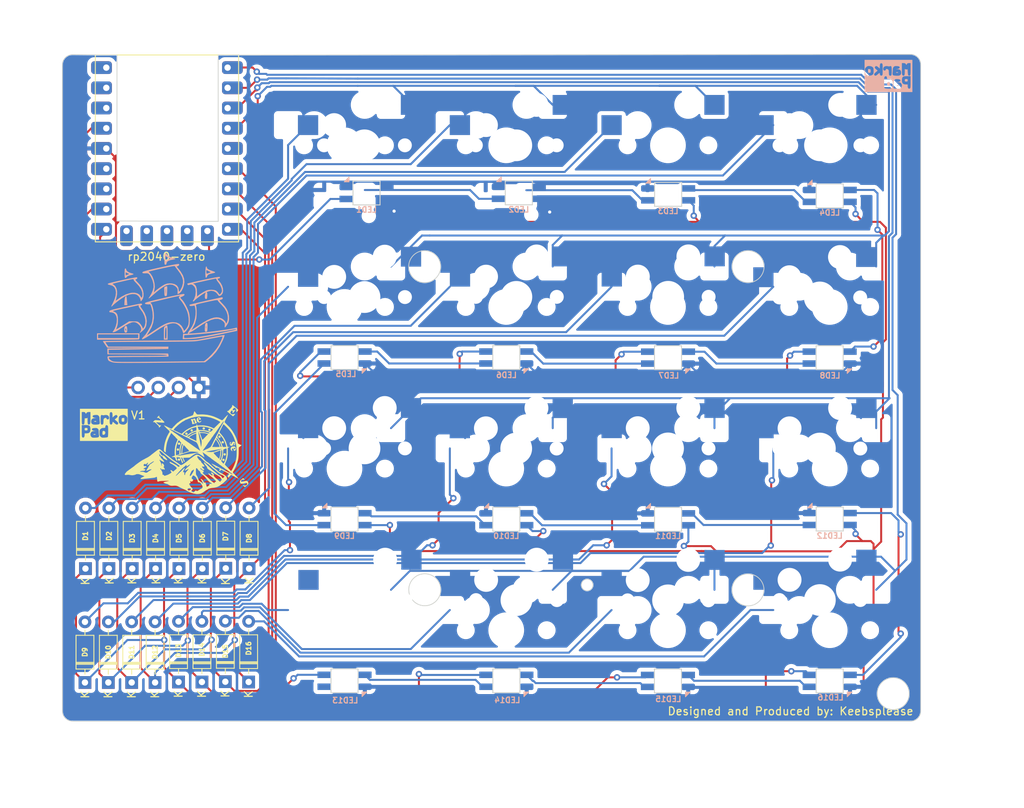
<source format=kicad_pcb>
(kicad_pcb (version 20221018) (generator pcbnew)
  (layers (0 "F.Cu" signal) (31 "B.Cu" signal) (34 "B.Paste" user) (35 "F.Paste" user) (36 "B.SilkS" user "B.Silkscreen") (37 "F.SilkS" user "F.Silkscreen") (38 "B.Mask" user) (39 "F.Mask" user) (44 "Edge.Cuts" user))
  (net 0 "")
  (net 1 "/ROW1")
  (net 2 "Net-(D3-A)")
  (net 3 "/ROW2")
  (net 4 "Net-(D4-A)")
  (net 5 "/ROW3")
  (net 6 "Net-(D5-A)")
  (net 7 "Net-(D6-A)")
  (net 8 "Net-(D8-A)")
  (net 9 "Net-(D9-A)")
  (net 10 "Net-(D10-A)")
  (net 11 "Net-(D11-A)")
  (net 12 "Net-(D12-A)")
  (net 13 "Net-(D13-A)")
  (net 14 "Net-(D14-A)")
  (net 15 "Net-(D15-A)")
  (net 16 "Net-(D16-A)")
  (net 17 "Net-(D1-A)")
  (net 18 "Net-(D2-A)")
  (net 19 "Net-(D7-A)")
  (net 20 "/SCL_OLED")
  (net 21 "GND")
  (net 22 "Net-(LED1-DOUT)")
  (net 23 "Net-(LED2-DOUT)")
  (net 24 "Net-(LED3-DOUT)")
  (net 25 "Net-(LED4-DOUT)")
  (net 26 "Net-(LED5-DOUT)")
  (net 27 "Net-(LED5-DIN)")
  (net 28 "Net-(LED6-DIN)")
  (net 29 "Net-(LED7-DIN)")
  (net 30 "Net-(LED10-DIN)")
  (net 31 "/COL1")
  (net 32 "/COL2")
  (net 33 "/COL3")
  (net 34 "/COL4")
  (net 35 "VCC")
  (net 36 "Net-(LED10-DOUT)")
  (net 37 "/KEY_LEDS")
  (net 38 "Net-(LED11-DOUT)")
  (net 39 "Net-(LED12-DOUT)")
  (net 41 "Net-(LED13-DIN)")
  (net 42 "Net-(LED14-DIN)")
  (net 43 "Net-(LED15-DIN)")
  (net 45 "unconnected-(U1-10-Pad11)")
  (net 51 "/SDA_OLED")
  (net 52 "/ROW4")
  (footprint "Diode_THT:D_DO-35_SOD27_P7.62mm_Horizontal" (layer "F.Cu") (at 63.912456 153.890711 90)
    (fp_text reference "D9")
    (fp_text value "1N4148" hide)
  )
  (footprint "MX_Only:MXOnly-1U-Hotswap" (layer "F.Cu") (at 99.084843 143.535256)
    (fp_text reference "SW13")
    (fp_text value "MX_SW_solder")
  )
  (footprint "Diode_THT:D_DO-35_SOD27_P7.62mm_Horizontal" (layer "F.Cu") (at 84.480087 153.826919 90)
    (fp_text reference "D16")
    (fp_text value "1N4148" hide)
  )
  (footprint "Diode_THT:D_DO-35_SOD27_P7.62mm_Horizontal" (layer "F.Cu") (at 75.670435 153.826919 90)
    (fp_text reference "D13")
    (fp_text value "1N4148" hide)
  )
  (footprint "Diode_THT:D_DO-35_SOD27_P7.62mm_Horizontal" (layer "F.Cu") (at 75.723348 139.573 90)
    (fp_text reference "D5")
    (fp_text value "1N4148" hide)
  )
  (footprint "Diode_THT:D_DO-35_SOD27_P7.62mm_Horizontal" (layer "F.Cu") (at 81.548988 153.794803 90)
    (fp_text reference "D15")
    (fp_text value "1N4148" hide)
  )
  (footprint "Diode_THT:D_DO-35_SOD27_P7.62mm_Horizontal" (layer "F.Cu") (at 69.850248 139.573 90)
    (fp_text reference "D3")
    (fp_text value "1N4148" hide)
  )
  (footprint "MX_Only:MXOnly-1U-Hotswap" (layer "F.Cu") (at 156.230105 105.485021)
    (fp_text reference "SW8")
    (fp_text value "MX_SW_solder")
  )
  (footprint "display:OLED-128x32-cutout" (layer "F.Cu") (at 68.407982 118.40757 90)
    (fp_text reference "J1" hide)
    (fp_text value "OLED-128x32")
  )
  (footprint "MX_Only:MXOnly-1U-Hotswap" (layer "F.Cu") (at 156.24679 124.47931)
    (fp_text reference "SW12")
    (fp_text value "MX_SW_solder")
  )
  (footprint "MX_Only:MXOnly-1U-Hotswap" (layer "F.Cu") (at 137.170843 124.46313)
    (fp_text reference "SW11")
    (fp_text value "MX_SW_solder")
  )
  (footprint "MX_Only:MXOnly-1U-Hotswap" (layer "F.Cu") (at 137.16 86.36)
    (fp_text reference "SW3")
    (fp_text value "MX_SW_solder")
  )
  (footprint "MX_Only:MXOnly-1U-Hotswap" (layer "F.Cu") (at 137.169832 143.563347)
    (fp_text reference "SW15")
    (fp_text value "MX_SW_solder")
  )
  (footprint "Diode_THT:D_DO-35_SOD27_P7.62mm_Horizontal" (layer "F.Cu") (at 69.785556 153.890711 90)
    (fp_text reference "D11")
    (fp_text value "1N4148" hide)
  )
  (footprint "LOGO" (layer "F.Cu") (at 66.286627 121.479758)
    (fp_text reference "G***" hide)
    (fp_text value "LOGO" hide)
  )
  (footprint "MX_Only:MXOnly-1U-Hotswap" (layer "F.Cu") (at 99.035259 105.440303)
    (fp_text reference "SW5")
    (fp_text value "MX_SW_solder")
  )
  (footprint "MX_Only:MXOnly-1U-Hotswap" (layer "F.Cu") (at 137.187152 105.403899)
    (fp_text reference "SW7")
    (fp_text value "MX_SW_solder")
  )
  (footprint "MX_Only:MXOnly-1U-Hotswap" (layer "F.Cu") (at 156.258636 86.360506)
    (fp_text reference "SW4")
    (fp_text value "MX_SW_solder")
  )
  (footprint "RP2040-Zero-Kicad-main:RP2040-Zero" (layer "F.Cu") (at 64.056029 99.454177)
    (fp_text reference "U1")
    (fp_text value "rp2040-zero")
  )
  (footprint "Diode_THT:D_DO-35_SOD27_P7.62mm_Horizontal" (layer "F.Cu") (at 66.913698 139.573 90)
    (fp_text reference "D2")
    (fp_text value "1N4148" hide)
  )
  (footprint "Diode_THT:D_DO-35_SOD27_P7.62mm_Horizontal" (layer "F.Cu") (at 78.659898 139.573 90)
    (fp_text reference "D6")
    (fp_text value "1N4148" hide)
  )
  (footprint "Diode_THT:D_DO-35_SOD27_P7.62mm_Horizontal" (layer "F.Cu") (at 66.849006 153.890711 90)
    (fp_text reference "D10")
    (fp_text value "1N4148" hide)
  )
  (footprint "MX_Only:MXOnly-1U-Hotswap" (layer "F.Cu") (at 118.124386 143.535256)
    (fp_text reference "SW14")
    (fp_text value "MX_SW_solder")
  )
  (footprint "MX_Only:MXOnly-1U-Hotswap" (layer "F.Cu") (at 118.103592 86.360506)
    (fp_text reference "SW2")
    (fp_text value "MX_SW_solder")
  )
  (footprint "Diode_THT:D_DO-35_SOD27_P7.62mm_Horizontal" (layer "F.Cu") (at 78.606985 153.826919 90)
    (fp_text reference "D14")
    (fp_text value "1N4148" hide)
  )
  (footprint "Diode_THT:D_DO-35_SOD27_P7.62mm_Horizontal" (layer "F.Cu") (at 63.977148 139.573 90)
    (fp_text reference "D1")
    (fp_text value "1N4148" hide)
  )
  (footprint "Diode_THT:D_DO-35_SOD27_P7.62mm_Horizontal" (layer "F.Cu") (at 72.786798 139.573 90)
    (fp_text reference "D4")
    (fp_text value "1N4148" hide)
  )
  (footprint "Diode_THT:D_DO-35_SOD27_P7.62mm_Horizontal" (layer "F.Cu") (at 81.601901 139.540884 90)
    (fp_text reference "D7")
    (fp_text value "1N4148" hide)
  )
  (footprint "LOGO" (layer "F.Cu") (at 77.064986 124.914798)
    (fp_text reference "G***" hide)
    (fp_text value "LOGO" hide)
  )
  (footprint "Diode_THT:D_DO-35_SOD27_P7.62mm_Horizontal" (layer "F.Cu") (at 72.725064 153.8902 90)
    (fp_text reference "D12")
    (fp_text value "1N4148" hide)
  )
  (footprint "Diode_THT:D_DO-35_SOD27_P7.62mm_Horizontal" (layer "F.Cu") (at 84.533 139.573 90)
    (fp_text reference "D8")
    (fp_text value "1N4148" hide)
  )
  (footprint "MX_Only:MXOnly-1U-Hotswap" (layer "F.Cu") (at 99.035764 124.462907)
    (fp_text reference "SW9")
    (fp_text value "MX_SW_solder")
  )
  (footprint "MX_Only:MXOnly-1U-Hotswap" (layer "F.Cu") (at 118.114616 105.412212)
    (fp_text reference "SW6")
    (fp_text value "MX_SW_solder")
  )
  (footprint "MX_Only:MXOnly-1U-Hotswap" (layer "F.Cu") (at 156.245779 143.526942)
    (fp_text reference "SW16")
    (fp_text value "MX_SW_solder")
  )
  (footprint "MX_Only:MXOnly-1U-Hotswap" (layer "F.Cu") (at 99.027645 86.360506)
    (fp_text reference "SW1")
    (fp_text value "MX_SW_solder")
  )
  (footprint "MX_Only:MXOnly-1U-Hotswap" (layer "F.Cu") (at 118.094896 124.47931)
    (fp_text reference "SW10")
    (fp_text value "MX_SW_solder")
  )
  (footprint "Keebio-Parts.pretty-master:SK6812-MINI-E" (layer "B.Cu") (at 99.290688 92.355615 180)
    (fp_text reference "LED1")
    (fp_text value "SK6812MINI" hide)
    (fp_line (start -1.7 -1.5) (end -1.7 1.5) (stroke (width 0.12)) (layer "Edge.Cuts"))
    (fp_line (start -1.7 1.5) (end 1.7 1.5) (stroke (width 0.12)) (layer "Edge.Cuts"))
    (fp_line (start 1.7 -1.5) (end -1.7 -1.5) (stroke (width 0.12)) (layer "Edge.Cuts"))
    (fp_line (start 1.7 1.5) (end 1.7 -1.5) (stroke (width 0.12)) (layer "Edge.Cuts"))
  )
  (footprint "Keebio-Parts.pretty-master:SK6812-MINI-E" (layer "B.Cu") (at 116.848292 113.037382)
    (fp_text reference "LED6")
    (fp_text value "SK6812MINI" hide)
    (fp_line (start -1.7 -1.5) (end -1.7 1.5) (stroke (width 0.12)) (layer "Edge.Cuts"))
    (fp_line (start -1.7 1.5) (end 1.7 1.5) (stroke (width 0.12)) (layer "Edge.Cuts"))
    (fp_line (start 1.7 -1.5) (end -1.7 -1.5) (stroke (width 0.12)) (layer "Edge.Cuts"))
    (fp_line (start 1.7 1.5) (end 1.7 -1.5) (stroke (width 0.12)) (layer "Edge.Cuts"))
  )
  (footprint "Keebio-Parts.pretty-master:SK6812-MINI-E" (layer "B.Cu") (at 157.481742 133.342349 180)
    (fp_text reference "LED12")
    (fp_text value "SK6812MINI" hide)
    (fp_line (start -1.7 -1.5) (end -1.7 1.5) (stroke (width 0.12)) (layer "Edge.Cuts"))
    (fp_line (start -1.7 1.5) (end 1.7 1.5) (stroke (width 0.12)) (layer "Edge.Cuts"))
    (fp_line (start 1.7 -1.5) (end -1.7 -1.5) (stroke (width 0.12)) (layer "Edge.Cuts"))
    (fp_line (start 1.7 1.5) (end 1.7 -1.5) (stroke (width 0.12)) (layer "Edge.Cuts"))
  )
  (footprint "Keebio-Parts.pretty-master:SK6812-MINI-E" (layer "B.Cu") (at 157.480844 153.686667)
    (fp_text reference "LED16")
    (fp_text value "SK6812MINI" hide)
    (fp_line (start -1.7 -1.5) (end -1.7 1.5) (stroke (width 0.12)) (layer "Edge.Cuts"))
    (fp_line (start -1.7 1.5) (end 1.7 1.5) (stroke (width 0.12)) (layer "Edge.Cuts"))
    (fp_line (start 1.7 -1.5) (end -1.7 -1.5) (stroke (width 0.12)) (layer "Edge.Cuts"))
    (fp_line (start 1.7 1.5) (end 1.7 -1.5) (stroke (width 0.12)) (layer "Edge.Cuts"))
  )
  (footprint "Keebio-Parts.pretty-master:SK6812-MINI-E" (layer "B.Cu") (at 137.154585 153.695343)
    (fp_text reference "LED15")
    (fp_text value "SK6812MINI" hide)
    (fp_line (start -1.7 -1.5) (end -1.7 1.5) (stroke (width 0.12)) (layer "Edge.Cuts"))
    (fp_line (start -1.7 1.5) (end 1.7 1.5) (stroke (width 0.12)) (layer "Edge.Cuts"))
    (fp_line (start 1.7 -1.5) (end -1.7 -1.5) (stroke (width 0.12)) (layer "Edge.Cuts"))
    (fp_line (start 1.7 1.5) (end 1.7 -1.5) (stroke (width 0.12)) (layer "Edge.Cuts"))
  )
  (footprint "Keebio-Parts.pretty-master:SK6812-MINI-E" (layer "B.Cu") (at 116.85082 133.36868 180)
    (fp_text reference "LED10")
    (fp_text value "SK6812MINI" hide)
    (fp_line (start -1.7 -1.5) (end -1.7 1.5) (stroke (width 0.12)) (layer "Edge.Cuts"))
    (fp_line (start -1.7 1.5) (end 1.7 1.5) (stroke (width 0.12)) (layer "Edge.Cuts"))
    (fp_line (start 1.7 -1.5) (end -1.7 -1.5) (stroke (width 0.12)) (layer "Edge.Cuts"))
    (fp_line (start 1.7 1.5) (end 1.7 -1.5) (stroke (width 0.12)) (layer "Edge.Cuts"))
  )
  (footprint "Keebio-Parts.pretty-master:SK6812-MINI-E" (layer "B.Cu") (at 116.858197 153.679803)
    (fp_text reference "LED14")
    (fp_text value "SK6812MINI" hide)
    (fp_line (start -1.7 -1.5) (end -1.7 1.5) (stroke (width 0.12)) (layer "Edge.Cuts"))
    (fp_line (start -1.7 1.5) (end 1.7 1.5) (stroke (width 0.12)) (layer "Edge.Cuts"))
    (fp_line (start 1.7 -1.5) (end -1.7 -1.5) (stroke (width 0.12)) (layer "Edge.Cuts"))
    (fp_line (start 1.7 1.5) (end 1.7 -1.5) (stroke (width 0.12)) (layer "Edge.Cuts"))
  )
  (footprint "Keebio-Parts.pretty-master:SK6812-MINI-E" (layer "B.Cu") (at 118.421578 92.333704 180)
    (fp_text reference "LED2")
    (fp_text value "SK6812MINI" hide)
    (fp_line (start -1.7 -1.5) (end -1.7 1.5) (stroke (width 0.12)) (layer "Edge.Cuts"))
    (fp_line (start -1.7 1.5) (end 1.7 1.5) (stroke (width 0.12)) (layer "Edge.Cuts"))
    (fp_line (start 1.7 -1.5) (end -1.7 -1.5) (stroke (width 0.12)) (layer "Edge.Cuts"))
    (fp_line (start 1.7 1.5) (end 1.7 -1.5) (stroke (width 0.12)) (layer "Edge.Cuts"))
  )
  (footprint "LOGO" (layer "B.Cu") (at 74.561461 106.653116 180)
    (fp_text reference "G***" hide)
    (fp_text value "LOGO" hide)
  )
  (footprint "Keebio-Parts.pretty-master:SK6812-MINI-E" (layer "B.Cu") (at 137.174454 133.380388 180)
    (fp_text reference "LED11")
    (fp_text value "SK6812MINI" hide)
    (fp_line (start -1.7 -1.5) (end -1.7 1.5) (stroke (width 0.12)) (layer "Edge.Cuts"))
    (fp_line (start -1.7 1.5) (end 1.7 1.5) (stroke (width 0.12)) (layer "Edge.Cuts"))
    (fp_line (start 1.7 -1.5) (end -1.7 -1.5) (stroke (width 0.12)) (layer "Edge.Cuts"))
    (fp_line (start 1.7 1.5) (end 1.7 -1.5) (stroke (width 0.12)) (layer "Edge.Cuts"))
  )
  (footprint "Keebio-Parts.pretty-master:SK6812-MINI-E" (layer "B.Cu") (at 96.532527 113.038793)
    (fp_text reference "LED5")
    (fp_text value "SK6812MINI" hide)
    (fp_line (start -1.7 -1.5) (end -1.7 1.5) (stroke (width 0.12)) (layer "Edge.Cuts"))
    (fp_line (start -1.7 1.5) (end 1.7 1.5) (stroke (width 0.12)) (layer "Edge.Cuts"))
    (fp_line (start 1.7 -1.5) (end -1.7 -1.5) (stroke (width 0.12)) (layer "Edge.Cuts"))
    (fp_line (start 1.7 1.5) (end 1.7 -1.5) (stroke (width 0.12)) (layer "Edge.Cuts"))
  )
  (footprint "Keebio-Parts.pretty-master:SK6812-MINI-E" (layer "B.Cu") (at 96.524572 153.674959)
    (fp_text reference "LED13")
    (fp_text value "SK6812MINI" hide)
    (fp_line (start -1.7 -1.5) (end -1.7 1.5) (stroke (width 0.12)) (layer "Edge.Cuts"))
    (fp_line (start -1.7 1.5) (end 1.7 1.5) (stroke (width 0.12)) (layer "Edge.Cuts"))
    (fp_line (start 1.7 -1.5) (end -1.7 -1.5) (stroke (width 0.12)) (layer "Edge.Cuts"))
    (fp_line (start 1.7 1.5) (end 1.7 -1.5) (stroke (width 0.12)) (layer "Edge.Cuts"))
  )
  (footprint "Keebio-Parts.pretty-master:SK6812-MINI-E" (layer "B.Cu") (at 96.52194 133.359801 180)
    (fp_text reference "LED9")
    (fp_text value "SK6812MINI" hide)
    (fp_line (start -1.7 -1.5) (end -1.7 1.5) (stroke (width 0.12)) (layer "Edge.Cuts"))
    (fp_line (start -1.7 1.5) (end 1.7 1.5) (stroke (width 0.12)) (layer "Edge.Cuts"))
    (fp_line (start 1.7 -1.5) (end -1.7 -1.5) (stroke (width 0.12)) (layer "Edge.Cuts"))
    (fp_line (start 1.7 1.5) (end 1.7 -1.5) (stroke (width 0.12)) (layer "Edge.Cuts"))
  )
  (footprint "Keebio-Parts.pretty-master:SK6812-MINI-E" (layer "B.Cu") (at 157.474562 113.049105)
    (fp_text reference "LED8")
    (fp_text value "SK6812MINI" hide)
    (fp_line (start -1.7 -1.5) (end -1.7 1.5) (stroke (width 0.12)) (layer "Edge.Cuts"))
    (fp_line (start -1.7 1.5) (end 1.7 1.5) (stroke (width 0.12)) (layer "Edge.Cuts"))
    (fp_line (start 1.7 -1.5) (end -1.7 -1.5) (stroke (width 0.12)) (layer "Edge.Cuts"))
    (fp_line (start 1.7 1.5) (end 1.7 -1.5) (stroke (width 0.12)) (layer "Edge.Cuts"))
  )
  (footprint "Keebio-Parts.pretty-master:SK6812-MINI-E" (layer "B.Cu") (at 157.482742 92.721924 180)
    (fp_text reference "LED4")
    (fp_text value "SK6812MINI" hide)
    (fp_line (start -1.7 -1.5) (end -1.7 1.5) (stroke (width 0.12)) (layer "Edge.Cuts"))
    (fp_line (start -1.7 1.5) (end 1.7 1.5) (stroke (width 0.12)) (layer "Edge.Cuts"))
    (fp_line (start 1.7 -1.5) (end -1.7 -1.5) (stroke (width 0.12)) (layer "Edge.Cuts"))
    (fp_line (start 1.7 1.5) (end 1.7 -1.5) (stroke (width 0.12)) (layer "Edge.Cuts"))
  )
  (footprint "Keebio-Parts.pretty-master:SK6812-MINI-E" (layer "B.Cu") (at 137.167592 113.05514)
    (fp_text reference "LED7")
    (fp_text value "SK6812MINI" hide)
    (fp_line (start -1.7 -1.5) (end -1.7 1.5) (stroke (width 0.12)) (layer "Edge.Cuts"))
    (fp_line (start -1.7 1.5) (end 1.7 1.5) (stroke (width 0.12)) (layer "Edge.Cuts"))
    (fp_line (start 1.7 -1.5) (end -1.7 -1.5) (stroke (width 0.12)) (layer "Edge.Cuts"))
    (fp_line (start 1.7 1.5) (end 1.7 -1.5) (stroke (width 0.12)) (layer "Edge.Cuts"))
  )
  (footprint "Keebio-Parts.pretty-master:SK6812-MINI-E" (layer "B.Cu") (at 137.18303 92.527862 180)
    (fp_text reference "LED3")
    (fp_text value "SK6812MINI" hide)
    (fp_line (start -1.7 -1.5) (end -1.7 1.5) (stroke (width 0.12)) (layer "Edge.Cuts"))
    (fp_line (start -1.7 1.5) (end 1.7 1.5) (stroke (width 0.12)) (layer "Edge.Cuts"))
    (fp_line (start 1.7 -1.5) (end -1.7 -1.5) (stroke (width 0.12)) (layer "Edge.Cuts"))
    (fp_line (start 1.7 1.5) (end 1.7 -1.5) (stroke (width 0.12)) (layer "Edge.Cuts"))
  )
  (footprint "LOGO" (layer "B.Cu") (at 164.864627 77.619076 180)
    (fp_text reference "G***" hide)
    (fp_text value "LOGO" hide)
  )
  (gr_circle (center 106.594131 101.615795) (end 108.605688 101.59469) (stroke (width 0.1)) (fill none) (layer "Edge.Cuts"))
  (gr_circle (center 147.223789 101.611329) (end 149.235346 101.590224) (stroke (width 0.1)) (fill none) (layer "Edge.Cuts"))
  (gr_line (start 61.080258 76.238356) (end 61.087 157.48) (stroke (width 0.1)) (layer "Edge.Cuts"))
  (gr_line (start 80.653892 75.019398) (end 167.64 74.93) (stroke (width 0.1)) (layer "Edge.Cuts"))
  (gr_circle (center 147.211531 142.248123) (end 149.223088 142.227018) (stroke (width 0.1)) (fill none) (layer "Edge.Cuts"))
  (gr_line (start 80.656827 95.915566) (end 80.653892 75.019398) (stroke (width 0.1)) (layer "Edge.Cuts"))
  (gr_arc (start 61.080258 76.238356) (mid 61.452232 75.34033) (end 62.350258 74.968356) (stroke (width 0.1)) (layer "Edge.Cuts"))
  (gr_circle (center 106.606139 142.231444) (end 108.617696 142.210339) (stroke (width 0.1)) (fill none) (layer "Edge.Cuts"))
  (gr_circle (center 127.009472 141.632662) (end 127.748143 141.590452) (stroke (width 0.1)) (fill none) (layer "Edge.Cuts"))
  (gr_circle (center 165.458938 155.298171) (end 167.470495 155.277066) (stroke (width 0.1)) (fill none) (layer "Edge.Cuts"))
  (gr_line (start 67.934243 95.87844) (end 80.656827 95.915566) (stroke (width 0.1)) (layer "Edge.Cuts"))
  (gr_line (start 67.937358 75.02025) (end 67.934243 95.87844) (stroke (width 0.1)) (layer "Edge.Cuts"))
  (gr_arc (start 168.91 157.48) (mid 168.538026 158.378026) (end 167.64 158.75) (stroke (width 0.1)) (layer "Edge.Cuts"))
  (gr_line (start 167.64 158.75) (end 62.357 158.75) (stroke (width 0.1)) (layer "Edge.Cuts"))
  (gr_arc (start 62.357 158.75) (mid 61.458974 158.378026) (end 61.087 157.48) (stroke (width 0.1)) (layer "Edge.Cuts"))
  (gr_line (start 62.350258 74.968356) (end 67.937358 75.02025) (stroke (width 0.1)) (layer "Edge.Cuts"))
  (gr_line (start 168.91 76.2) (end 168.91 157.48) (stroke (width 0.1)) (layer "Edge.Cuts"))
  (gr_arc (start 167.64 74.93) (mid 168.538026 75.301974) (end 168.91 76.2) (stroke (width 0.1)) (layer "Edge.Cuts"))
  (gr_text "Designed and Produced by: Keebsplease" (at 152.557926 157.501851) (layer "F.SilkS") (effects (font (size 1 1))))
  (gr_text "V1" (at 70.610846 120.300425) (layer "F.SilkS") (effects (font (size 1 1))))
  (segment (start 73.850064 148.521101) (end 73.877395 148.548432) (width 0.25) (layer "F.Cu") (net 1))
  (segment (start 83.106084 89.256261) (end 87.888478 94.038655) (width 0.25) (layer "F.Cu") (net 1))
  (segment (start 63.977148 139.573) (end 62.787456 140.762692) (width 0.25) (layer "F.Cu") (net 1))
  (segment (start 73.850064 148.575763) (end 73.850064 152.006548) (width 0.25) (layer "F.Cu") (net 1))
  (segment (start 87.888478 153.983032) (end 86.019823 155.851687) (width 0.25) (layer "F.Cu") (net 1))
  (segment (start 81.983495 89.256261) (end 83.106084 89.256261) (width 0.25) (layer "F.Cu") (net 1))
  (segment (start 73.850064 152.006548) (end 75.670435 153.826919) (width 0.25) (layer "F.Cu") (net 1))
  (segment (start 87.888478 94.038655) (end 87.888478 153.983032) (width 0.25) (layer "F.Cu") (net 1))
  (segment (start 73.850064 141.446284) (end 73.850064 148.521101) (width 0.25) (layer "F.Cu") (net 1))
  (segment (start 73.877395 148.548432) (end 73.850064 148.575763) (width 0.25) (layer "F.Cu") (net 1))
  (segment (start 62.787456 152.765711) (end 63.912456 153.890711) (width 0.25) (layer "F.Cu") (net 1))
  (segment (start 86.019823 155.851687) (end 77.695203 155.851687) (width 0.25) (layer "F.Cu") (net 1))
  (segment (start 77.695203 155.851687) (end 75.670435 153.826919) (width 0.25) (layer "F.Cu") (net 1))
  (segment (start 62.787456 140.762692) (end 62.787456 152.765711) (width 0.25) (layer "F.Cu") (net 1))
  (segment (start 75.723348 139.573) (end 73.850064 141.446284) (width 0.25) (layer "F.Cu") (net 1))
  (via (at 73.877395 148.548432) (size 0.8) (drill 0.4) (layers "F.Cu" "B.Cu") (net 1))
  (segment (start 73.877395 148.548432) (end 69.254735 148.548432) (width 0.25) (layer "B.Cu") (net 1))
  (segment (start 69.254735 148.548432) (end 63.912456 153.890711) (width 0.25) (layer "B.Cu") (net 1))
  (segment (start 69.850248 131.953) (end 70.959722 130.843526) (width 0.25) (layer "B.Cu") (net 2))
  (segment (start 79.384299 129.319411) (end 81.65779 129.319411) (width 0.25) (layer "B.Cu") (net 2))
  (segment (start 78.77571 129.928) (end 79.384299 129.319411) (width 0.25) (layer "B.Cu") (net 2))
  (segment (start 84.638978 126.338223) (end 84.638978 100.235327) (width 0.25) (layer "B.Cu") (net 2))
  (segment (start 81.65779 129.319411) (end 84.638978 126.338223) (width 0.25) (layer "B.Cu") (net 2))
  (segment (start 85.197407 96.075463) (end 91.561488 89.711382) (width 0.25) (layer "B.Cu") (net 2))
  (segment (start 72.305281 130.843526) (end 73.220807 129.928) (width 0.25) (layer "B.Cu") (net 2))
  (segment (start 85.197407 99.676898) (end 85.197407 96.075463) (width 0.25) (layer "B.Cu") (net 2))
  (segment (start 70.959722 130.843526) (end 72.305281 130.843526) (width 0.25) (layer "B.Cu") (net 2))
  (segment (start 91.561488 89.711382) (end 124.183618 89.711382) (width 0.25) (layer "B.Cu") (net 2))
  (segment (start 84.638978 100.235327) (end 85.197407 99.676898) (width 0.25) (layer "B.Cu") (net 2))
  (segment (start 73.220807 129.928) (end 78.77571 129.928) (width 0.25) (layer "B.Cu") (net 2))
  (segment (start 124.183618 89.711382) (end 130.075 83.82) (width 0.25) (layer "B.Cu") (net 2))
  (segment (start 65.724006 140.762692) (end 65.724006 152.765711) (width 0.25) (layer "F.Cu") (net 3))
  (segment (start 85.791715 155.401687) (end 80.181753 155.401687) (width 0.25) (layer "F.Cu") (net 3))
  (segment (start 76.83973 148.614753) (end 76.795435 148.659048) (width 0.25) (layer "F.Cu") (net 3))
  (segment (start 78.659898 139.573) (end 76.795435 141.437463) (width 0.25) (layer "F.Cu") (net 3))
  (segment (start 87.438478 153.754924) (end 85.791715 155.401687) (width 0.25) (layer "F.Cu") (net 3))
  (segment (start 81.983495 91.796261) (end 82.584395 91.796261) (width 0.25) (layer "F.Cu") (net 3))
  (segment (start 66.913698 139.573) (end 65.724006 140.762692) (width 0.25) (layer "F.Cu") (net 3))
  (segment (start 80.181753 155.401687) (end 78.606985 153.826919) (width 0.25) (layer "F.Cu") (net 3))
  (segment (start 87.438478 96.650344) (end 87.438478 153.754924) (width 0.25) (layer "F.Cu") (net 3))
  (segment (start 76.795435 152.015369) (end 78.606985 153.826919) (width 0.25) (layer "F.Cu") (net 3))
  (segment (start 82.584395 91.796261) (end 87.438478 96.650344) (width 0.25) (layer "F.Cu") (net 3))
  (segment (start 76.795435 148.659048) (end 76.795435 152.015369) (width 0.25) (layer "F.Cu") (net 3))
  (segment (start 65.724006 152.765711) (end 66.849006 153.890711) (width 0.25) (layer "F.Cu") (net 3))
  (segment (start 76.795435 141.437463) (end 76.795435 148.570458) (width 0.25) (layer "F.Cu") (net 3))
  (segment (start 76.795435 148.570458) (end 76.83973 148.614753) (width 0.25) (layer "F.Cu") (net 3))
  (via (at 76.83973 148.614753) (size 0.8) (drill 0.4) (layers "F.Cu" "B.Cu") (net 3))
  (segment (start 71.466285 149.273432) (end 66.849006 153.890711) (width 0.25) (layer "B.Cu") (net 3))
  (segment (start 76.181051 149.273432) (end 71.466285 149.273432) (width 0.25) (layer "B.Cu") (net 3))
  (segment (start 76.83973 148.614753) (end 76.181051 149.273432) (width 0.25) (layer "B.Cu") (net 3))
  (segment (start 91.747884 90.161382) (end 144.053618 90.161382) (width 0.25) (layer "B.Cu") (net 4))
  (segment (start 85.647407 99.863294) (end 85.647407 96.261859) (width 0.25) (layer "B.Cu") (net 4))
  (segment (start 81.844186 129.769411) (end 85.088978 126.524619) (width 0.25) (layer "B.Cu") (net 4))
  (segment (start 74.361798 130.378) (end 78.962106 130.378) (width 0.25) (layer "B.Cu") (net 4))
  (segment (start 85.088978 100.421723) (end 85.647407 99.863294) (width 0.25) (layer "B.Cu") (net 4))
  (segment (start 79.570695 129.769411) (end 81.844186 129.769411) (width 0.25) (layer "B.Cu") (net 4))
  (segment (start 72.786798 131.953) (end 74.361798 130.378) (width 0.25) (layer "B.Cu") (net 4))
  (segment (start 85.088978 126.524619) (end 85.088978 100.421723) (width 0.25) (layer "B.Cu") (net 4))
  (segment (start 78.962106 130.378) (end 79.570695 129.769411) (width 0.25) (layer "B.Cu") (net 4))
  (segment (start 144.053618 90.161382) (end 150.395 83.82) (width 0.25) (layer "B.Cu") (net 4))
  (segment (start 85.647407 96.261859) (end 91.747884 90.161382) (width 0.25) (layer "B.Cu") (net 4))
  (segment (start 67.974006 152.079161) (end 69.785556 153.890711) (width 0.25) (layer "F.Cu") (net 5))
  (segment (start 85.605319 154.951687) (end 82.705872 154.951687) (width 0.25) (layer "F.Cu") (net 5))
  (segment (start 81.601901 139.540884) (end 79.731985 141.4108) (width 0.25) (layer "F.Cu") (net 5))
  (segment (start 67.974006 141.449242) (end 67.974006 152.079161) (width 0.25) (layer "F.Cu") (net 5))
  (segment (start 82.705872 154.951687) (end 81.548988 153.794803) (width 0.25) (layer "F.Cu") (net 5))
  (segment (start 79.731985 141.4108) (end 79.731985 148.434138) (width 0.25) (layer "F.Cu") (net 5))
  (segment (start 79.731985 148.618512) (end 79.731985 151.9778) (width 0.25) (layer "F.Cu") (net 5))
  (segment (start 79.824172 148.526325) (end 79.731985 148.618512) (width 0.25) (layer "F.Cu") (net 5))
  (segment (start 79.731985 151.9778) (end 81.548988 153.794803) (width 0.25) (layer "F.Cu") (net 5))
  (segment (start 82.750478 94.336261) (end 86.988478 98.574261) (width 0.25) (layer "F.Cu") (net 5))
  (segment (start 86.988478 153.568528) (end 85.605319 154.951687) (width 0.25) (layer "F.Cu") (net 5))
  (segment (start 69.850248 139.573) (end 67.974006 141.449242) (width 0.25) (layer "F.Cu") (net 5))
  (segment (start 79.731985 148.434138) (end 79.824172 148.526325) (width 0.25) (layer "F.Cu") (net 5))
  (segment (start 86.988478 98.574261) (end 86.988478 153.568528) (width 0.25) (layer "F.Cu") (net 5))
  (segment (start 81.983495 94.336261) (end 82.750478 94.336261) (width 0.25) (layer "F.Cu") (net 5))
  (via (at 79.824172 148.526325) (size 0.8) (drill 0.4) (layers "F.Cu" "B.Cu") (net 5))
  (segment (start 79.824172 148.526325) (end 78.627065 149.723432) (width 0.25) (layer "B.Cu") (net 5))
  (segment (start 78.627065 149.723432) (end 73.952835 149.723432) (width 0.25) (layer "B.Cu") (net 5))
  (segment (start 73.952835 149.723432) (end 69.785556 153.890711) (width 0.25) (layer "B.Cu") (net 5))
  (segment (start 75.723348 131.953) (end 76.848348 130.828) (width 0.25) (layer "B.Cu") (net 6))
  (segment (start 85.538978 126.711015) (end 85.538978 108.036022) (width 0.25) (layer "B.Cu") (net 6))
  (segment (start 79.757091 130.219411) (end 82.030582 130.219411) (width 0.25) (layer "B.Cu") (net 6))
  (segment (start 79.148502 130.828) (end 79.757091 130.219411) (width 0.25) (layer "B.Cu") (net 6))
  (segment (start 85.538978 108.036022) (end 89.435 104.14) (width 0.25) (layer "B.Cu") (net 6))
  (segment (start 76.848348 130.828) (end 79.148502 130.828) (width 0.25) (layer "B.Cu") (net 6))
  (segment (start 82.030582 130.219411) (end 85.538978 126.711015) (width 0.25) (layer "B.Cu") (net 6))
  (segment (start 79.943487 130.669411) (end 82.216978 130.669411) (width 0.25) (layer "B.Cu") (net 7))
  (segment (start 104.8461 109.0489) (end 109.755 104.14) (width 0.25) (layer "B.Cu") (net 7))
  (segment (start 78.659898 131.953) (end 79.943487 130.669411) (width 0.25) (layer "B.Cu") (net 7))
  (segment (start 86.154191 119.945126) (end 85.988978 119.779913) (width 0.25) (layer "B.Cu") (net 7))
  (segment (start 90.240314 109.0489) (end 104.8461 109.0489) (width 0.25) (layer "B.Cu") (net 7))
  (segment (start 86.154191 126.732198) (end 86.154191 119.945126) (width 0.25) (layer "B.Cu") (net 7))
  (segment (start 85.988978 119.779913) (end 85.988978 113.300236) (width 0.25) (layer "B.Cu") (net 7))
  (segment (start 85.988978 113.300236) (end 90.240314 109.0489) (width 0.25) (layer "B.Cu") (net 7))
  (segment (start 82.216978 130.669411) (end 86.154191 126.732198) (width 0.25) (layer "B.Cu") (net 7))
  (segment (start 87.01079 113.797643) (end 90.508922 110.299511) (width 0.25) (layer "B.Cu") (net 8))
  (segment (start 87.01079 119.528933) (end 87.01079 113.797643) (width 0.25) (layer "B.Cu") (net 8))
  (segment (start 84.533 131.953) (end 87.054191 129.431809) (width 0.25) (layer "B.Cu") (net 8))
  (segment (start 144.235489 110.299511) (end 150.395 104.14) (width 0.25) (layer "B.Cu") (net 8))
  (segment (start 90.508922 110.299511) (end 144.235489 110.299511) (width 0.25) (layer "B.Cu") (net 8))
  (segment (start 87.054191 129.431809) (end 87.054191 119.572334) (width 0.25) (layer "B.Cu") (net 8))
  (segment (start 87.054191 119.572334) (end 87.01079 119.528933) (width 0.25) (layer "B.Cu") (net 8))
  (segment (start 89.525509 128.662761) (end 89.527854 128.660416) (width 0.25) (layer "F.Cu") (net 9))
  (segment (start 89.525509 128.672142) (end 89.525509 128.662761) (width 0.25) (layer "F.Cu") (net 9))
  (segment (start 89.525509 128.73311) (end 89.555993 128.702626) (width 0.25) (layer "F.Cu") (net 9))
  (segment (start 89.555993 128.702626) (end 89.525509 128.672142) (width 0.25) (layer "F.Cu") (net 9))
  (segment (start 89.66976 137.254155) (end 89.66976 133.760195) (width 0.25) (layer "F.Cu") (net 9))
  (segment (start 89.525509 133.615944) (end 89.525509 128.73311) (width 0.25) (layer "F.Cu") (net 9))
  (segment (start 89.66976 133.760195) (end 89.525509 133.615944) (width 0.25) (layer "F.Cu") (net 9))
  (via (at 89.555993 128.702626) (size 0.8) (drill 0.4) (layers "F.Cu" "B.Cu") (net 9))
  (via (at 89.66976 137.254155) (size 0.8) (drill 0.4) (layers "F.Cu" "B.Cu") (net 9))
  (segment (start 84.064958 142.194091) (end 82.978495 142.194091) (width 0.25) (layer "B.Cu") (net 9))
  (segment (start 66.243633 143.939534) (end 69.281447 143.939534) (width 0.25) (layer "B.Cu") (net 9))
  (segment (start 89.66976 137.254155) (end 89.004894 137.254155) (width 0.25) (layer "B.Cu") (net 9))
  (segment (start 63.912456 146.270711) (end 66.243633 143.939534) (width 0.25) (layer "B.Cu") (net 9))
  (segment (start 82.978495 142.194091) (end 82.549599 142.622987) (width 0.25) (layer "B.Cu") (net 9))
  (segment (start 70.597994 142.622987) (end 69.281447 143.939534) (width 0.25) (layer "B.Cu") (net 9))
  (segment (start 89.555993 128.702626) (end 89.435 128.581633) (width 0.25) (layer "B.Cu") (net 9))
  (segment (start 89.004894 137.254155) (end 84.064958 142.194091) (width 0.25) (layer "B.Cu") (net 9))
  (segment (start 89.435 128.581633) (end 89.435 124.46) (width 0.25) (layer "B.Cu") (net 9))
  (segment (start 82.549599 142.622987) (end 70.597994 142.622987) (width 0.25) (layer "B.Cu") (net 9))
  (segment (start 110.199373 130.724766) (end 108.344016 132.580123) (width 0.25) (layer "F.Cu") (net 10))
  (segment (start 108.344016 135.884018) (end 107.584635 136.643399) (width 0.25) (layer "F.Cu") (net 10))
  (segment (start 108.344016 132.580123) (end 108.344016 135.884018) (width 0.25) (layer "F.Cu") (net 10))
  (via (at 110.199373 130.724766) (size 0.8) (drill 0.4) (layers "F.Cu" "B.Cu") (net 10))
  (via (at 107.584635 136.643399) (size 0.8) (drill 0.4) (layers "F.Cu" "B.Cu") (net 10))
  (segment (start 84.251354 142.644091) (end 83.164891 142.644091) (width 0.25) (layer "B.Cu") (net 10))
  (segment (start 107.584635 136.643399) (end 106.889472 136.643399) (width 0.25) (layer "B.Cu") (net 10))
  (segment (start 83.164891 142.644091) (end 82.735995 143.072987) (width 0.25) (layer "B.Cu") (net 10))
  (segment (start 67.586666 146.270711) (end 66.849006 146.270711) (width 0.25) (layer "B.Cu") (net 10))
  (segment (start 105.554216 137.978655) (end 88.91679 137.978655) (width 0.25) (layer "B.Cu") (net 10))
  (segment (start 110.199373 130.724766) (end 109.755 130.280393) (width 0.25) (layer "B.Cu") (net 10))
  (segment (start 70.78439 143.072987) (end 67.586666 146.270711) (width 0.25) (layer "B.Cu") (net 10))
  (segment (start 106.889472 136.643399) (end 105.554216 137.978655) (width 0.25) (layer "B.Cu") (net 10))
  (segment (start 109.755 130.280393) (end 109.755 124.46) (width 0.25) (layer "B.Cu") (net 10))
  (segment (start 88.91679 137.978655) (end 84.251354 142.644091) (width 0.25) (layer "B.Cu") (net 10))
  (segment (start 82.735995 143.072987) (end 70.78439 143.072987) (width 0.25) (layer "B.Cu") (net 10))
  (segment (start 130.141256 135.958663) (end 130.141256 129.948415) (width 0.25) (layer "F.Cu") (net 11))
  (segment (start 130.141256 129.948415) (end 129.120585 128.927744) (width 0.25) (layer "F.Cu") (net 11))
  (segment (start 129.45652 136.643399) (end 130.141256 135.958663) (width 0.25) (layer "F.Cu") (net 11))
  (segment (start 129.120585 128.927744) (end 129.097136 129.209143) (width 0.25) (layer "F.Cu") (net 11))
  (via (at 129.45652 136.643399) (size 0.8) (drill 0.4) (layers "F.Cu" "B.Cu") (net 11))
  (via (at 129.120585 128.927744) (size 0.8) (drill 0.4) (layers "F.Cu" "B.Cu") (net 11))
  (segment (start 83.351287 143.094091) (end 82.922391 143.522987) (width 0.25) (layer "B.Cu") (net 11))
  (segment (start 89.103186 138.428655) (end 84.43775 143.094091) (width 0.25) (layer "B.Cu") (net 11))
  (segment (start 127.769221 136.643399) (end 125.983965 138.428655) (width 0.25) (layer "B.Cu") (net 11))
  (segment (start 129.120585 128.927744) (end 130.075 127.973329) (width 0.25) (layer "B.Cu") (net 11))
  (segment (start 130.075 127.973329) (end 130.075 124.46) (width 0.25) (layer "B.Cu") (net 11))
  (segment (start 72.53328 143.522987) (end 69.785556 146.270711) (width 0.25) (layer "B.Cu") (net 11))
  (segment (start 84.43775 143.094091) (end 83.351287 143.094091) (width 0.25) (layer "B.Cu") (net 11))
  (segment (start 129.45652 136.643399) (end 127.769221 136.643399) (width 0.25) (layer "B.Cu") (net 11))
  (segment (start 82.922391 143.522987) (end 72.53328 143.522987) (width 0.25) (layer "B.Cu") (net 11))
  (segment (start 125.983965 138.428655) (end 89.103186 138.428655) (width 0.25) (layer "B.Cu") (net 11))
  (segment (start 150.075943 136.677401) (end 150.131654 136.62169) (width 0.25) (layer "F.Cu") (net 12))
  (segment (start 150.225453 128.477507) (end 150.225453 128.454058) (width 0.25) (layer "F.Cu") (net 12))
  (segment (start 150.131654 136.62169) (end 150.131654 128.547857) (width 0.25) (layer "F.Cu") (net 12))
  (segment (start 150.131654 128.547857) (end 150.202004 128.477507) (width 0.25) (layer "F.Cu") (net 12))
  (segment (start 150.225453 128.454058) (end 150.202004 128.477507) (width 0.25) (layer "F.Cu") (net 12))
  (segment (start 150.202004 128.477507) (end 150.225453 128.477507) (width 0.25) (layer "F.Cu") (net 12))
  (via (at 150.225453 128.477507) (size 0.8) (drill 0.4) (layers "F.Cu" "B.Cu") (net 12))
  (via (at 150.075943 136.677401) (size 0.8) (drill 0.4) (layers "F.Cu" "B.Cu") (net 12))
  (segment (start 75.022277 143.972987) (end 77.469942 143.972987) (width 0.25) (layer "B.Cu") (net 12))
  (segment (start 83.108787 143.972987) (end 77.267971 143.972987) (width 0.25) (layer "B.Cu") (net 12))
  (segment (start 126.170361 138.878655) (end 89.289582 138.878655) (width 0.25) (layer "B.Cu") (net 12))
  (segment (start 149.936352 136.677401) (end 148.988824 137.624929) (width 0.25) (layer "B.Cu") (net 12))
  (segment (start 150.225453 128.477507) (end 150.395 128.30796) (width 0.25) (layer "B.Cu") (net 12))
  (segment (start 72.725064 146.2702) (end 75.022277 143.972987) (width 0.25) (layer "B.Cu") (net 12))
  (segment (start 84.624146 143.544091) (end 83.537683 143.544091) (width 0.25) (layer "B.Cu") (net 12))
  (segment (start 127.424087 137.624929) (end 126.170361 138.878655) (width 0.25) (layer "B.Cu") (net 12))
  (segment (start 83.537683 143.544091) (end 83.108787 143.972987) (width 0.25) (layer "B.Cu") (net 12))
  (segment (start 150.075943 136.677401) (end 150.099997 136.653347) (width 0.25) (layer "B.Cu") (net 12))
  (segment (start 148.988824 137.624929) (end 127.424087 137.624929) (width 0.25) (layer "B.Cu") (net 12))
  (segment (start 89.289582 138.878655) (end 84.624146 143.544091) (width 0.25) (layer "B.Cu") (net 12))
  (segment (start 150.395 128.30796) (end 150.395 124.46) (width 0.25) (layer "B.Cu") (net 12))
  (segment (start 150.075943 136.677401) (end 149.936352 136.677401) (width 0.25) (layer "B.Cu") (net 12))
  (segment (start 86.110487 143.994091) (end 86.896396 144.78) (width 0.25) (layer "B.Cu") (net 13))
  (segment (start 83.295183 144.422987) (end 83.724079 143.994091) (width 0.25) (layer "B.Cu") (net 13))
  (segment (start 77.454367 144.422987) (end 83.295183 144.422987) (width 0.25) (layer "B.Cu") (net 13))
  (segment (start 83.724079 143.994091) (end 86.110487 143.994091) (width 0.25) (layer "B.Cu") (net 13))
  (segment (start 75.670435 146.206919) (end 77.454367 144.422987) (width 0.25) (layer "B.Cu") (net 13))
  (segment (start 86.896396 144.78) (end 89.435 144.78) (width 0.25) (layer "B.Cu") (net 13))
  (segment (start 83.910475 144.444091) (end 85.924091 144.444091) (width 0.25) (layer "B.Cu") (net 14))
  (segment (start 91.1689 149.6889) (end 104.8461 149.6889) (width 0.25) (layer "B.Cu") (net 14))
  (segment (start 78.799548 144.872987) (end 83.481579 144.872987) (width 0.25) (layer "B.Cu") (net 14))
  (segment (start 85.924091 144.444091) (end 91.1689 149.6889) (width 0.25) (layer "B.Cu") (net 14))
  (segment (start 83.481579 144.872987) (end 83.910475 144.444091) (width 0.25) (layer "B.Cu") (net 14))
  (segment (start 104.8461 149.6889) (end 109.755 144.78) (width 0.25) (layer "B.Cu") (net 14))
  (segment (start 78.606985 145.06555) (end 78.799548 144.872987) (width 0.25) (layer "B.Cu") (net 14))
  (segment (start 78.606985 146.206919) (end 78.606985 145.06555) (width 0.25) (layer "B.Cu") (net 14))
  (segment (start 124.7161 150.1389) (end 130.075 144.78) (width 0.25) (layer "B.Cu") (net 15))
  (segment (start 84.096871 144.894091) (end 85.737695 144.894091) (width 0.25) (layer "B.Cu") (net 15))
  (segment (start 85.737695 144.894091) (end 90.982504 150.1389) (width 0.25) (layer "B.Cu") (net 15))
  (segment (start 83.23245 145.758512) (end 84.096871 144.894091) (width 0.25) (layer "B.Cu") (net 15))
  (segment (start 90.982504 150.1389) (end 124.7161 150.1389) (width 0.25) (layer "B.Cu") (net 15))
  (segment (start 81.548988 146.174803) (end 81.965279 145.758512) (width 0.25) (layer "B.Cu") (net 15))
  (segment (start 81.965279 145.758512) (end 83.23245 145.758512) (width 0.25) (layer "B.Cu") (net 15))
  (segment (start 141.701404 150.613807) (end 147.535211 144.78) (width 0.25) (layer "B.Cu") (net 16))
  (segment (start 147.535211 144.78) (end 150.395 144.78) (width 0.25) (layer "B.Cu") (net 16))
  (segment (start 84.480087 146.206919) (end 86.414127 146.206919) (width 0.25) (layer "B.Cu") (net 16))
  (segment (start 86.414127 146.206919) (end 90.821015 150.613807) (width 0.25) (layer "B.Cu") (net 16))
  (segment (start 90.821015 150.613807) (end 141.701404 150.613807) (width 0.25) (layer "B.Cu") (net 16))
  (segment (start 83.738978 99.862535) (end 84.297407 99.304105) (width 0.25) (layer "B.Cu") (net 17))
  (segment (start 65.187012 131.953) (end 66.762012 130.378) (width 0.25) (layer "B.Cu") (net 17))
  (segment (start 71.502456 129.028) (end 78.402918 129.028) (width 0.25) (layer "B.Cu") (net 17))
  (segment (start 89.435 86.328151) (end 91.942645 83.820506) (width 0.25) (layer "B.Cu") (net 17))
  (segment (start 66.762012 130.378) (end 70.152456 130.378) (width 0.25) (layer "B.Cu") (net 17))
  (segment (start 89.435 90.565078) (end 89.435 86.328151) (width 0.25) (layer "B.Cu") (net 17))
  (segment (start 79.011507 128.419411) (end 81.284998 128.419411) (width 0.25) (layer "B.Cu") (net 17))
  (segment (start 70.152456 130.378) (end 71.502456 129.028) (width 0.25) (layer "B.Cu") (net 17))
  (segment (start 81.284998 128.419411) (end 83.738978 125.965431) (width 0.25) (layer "B.Cu") (net 17))
  (segment (start 78.402918 129.028) (end 79.011507 128.419411) (width 0.25) (layer "B.Cu") (net 17))
  (segment (start 84.297407 95.702671) (end 89.435 90.565078) (width 0.25) (layer "B.Cu") (net 17))
  (segment (start 63.977148 131.953) (end 65.187012 131.953) (width 0.25) (layer "B.Cu") (net 17))
  (segment (start 84.297407 99.304105) (end 84.297407 95.702671) (width 0.25) (layer "B.Cu") (net 17))
  (segment (start 83.738978 125.965431) (end 83.738978 99.862535) (width 0.25) (layer "B.Cu") (net 17))
  (segment (start 70.338852 130.828) (end 71.688852 129.478) (width 0.25) (layer "B.Cu") (net 18))
  (segment (start 84.188978 100.048931) (end 84.747407 99.490502) (width 0.25) (layer "B.Cu") (net 18))
  (segment (start 78.589314 129.478) (end 79.197903 128.869411) (width 0.25) (layer "B.Cu") (net 18))
  (segment (start 89.885 90.599064) (end 91.755164 88.7289) (width 0.25) (layer "B.Cu") (net 18))
  (segment (start 104.8461 88.7289) (end 109.755 83.82) (width 0.25) (layer "B.Cu") (net 18))
  (segment (start 84.188978 126.151827) (end 84.188978 100.048931) (width 0.25) (layer "B.Cu") (net 18))
  (segment (start 89.885 90.751474) (end 89.885 90.599064) (width 0.25) (layer "B.Cu") (net 18))
  (segment (start 68.038698 130.828) (end 70.338852 130.828) (width 0.25) (layer "B.Cu") (net 18))
  (segment (start 81.471394 128.869411) (end 84.188978 126.151827) (width 0.25) (layer "B.Cu") (net 18))
  (segment (start 84.747407 95.889067) (end 89.885 90.751474) (width 0.25) (layer "B.Cu") (net 18))
  (segment (start 79.197903 128.869411) (end 81.471394 128.869411) (width 0.25) (layer "B.Cu") (net 18))
  (segment (start 66.913698 131.953) (end 68.038698 130.828) (width 0.25) (layer "B.Cu") (net 18))
  (segment (start 91.755164 88.7289) (end 104.8461 88.7289) (width 0.25) (layer "B.Cu") (net 18))
  (segment (start 71.688852 129.478) (end 78.589314 129.478) (width 0.25) (layer "B.Cu") (net 18))
  (segment (start 84.747407 99.490502) (end 84.747407 95.889067) (width 0.25) (layer "B.Cu") (net 18))
  (segment (start 86.438978 119.593517) (end 86.438978 113.486632) (width 0.25) (layer "B.Cu") (net 19))
  (segment (start 86.604191 126.918594) (end 86.604191 119.75873) (width 0.25) (layer "B.Cu") (net 19))
  (segment (start 86.438978 113.486632) (end 90.076099 109.849511) (width 0.25) (layer "B.Cu") (net 19))
  (segment (start 81.601901 131.920884) (end 86.604191 126.918594) (width 0.25) (layer "B.Cu") (net 19))
  (segment (start 90.076099 109.849511) (end 124.365489 109.849511) (width 0.25) (layer "B.Cu") (net 19))
  (segment (start 124.365489 109.849511) (end 130.075 104.14) (width 0.25) (layer "B.Cu") (net 19))
  (segment (start 86.604191 119.75873) (end 86.438978 119.593517) (width 0.25) (layer "B.Cu") (net 19))
  (segment (start 69.375282 117.98257) (end 66.352 114.959288) (width 0.25) (layer "F.Cu") (net 20))
  (segment (start 63.796358 95.377574) (end 64.812932 94.361) (width 0.25) (layer "F.Cu") (net 20))
  (segment (start 66.802 94.38072) (end 66.802 94.34128) (width 0.25) (layer "F.Cu") (net 20))
  (segment (start 66.352 114.959288) (end 66.352 100.521143) (width 0.25) (layer "F.Cu") (net 20))
  (segment (start 63.796358 98.051067) (end 63.796358 95.377574) (width 0.25) (layer "F.Cu") (net 20))
  (segment (start 66.266434 100.521143) (end 63.796358 98.051067) (width 0.25) (layer "F.Cu") (net 20))
  (segment (start 71.952982 117.98257) (end 69.375282 117.98257) (width 0.25) (layer "F.Cu") (net 20))
  (segment (start 64.812932 94.361) (end 66.802 94.361) (width 0.25) (layer "F.Cu") (net 20))
  (segment (start 66.352 100.521143) (end 66.266434 100.521143) (width 0.25) (layer "F.Cu") (net 20))
  (segment (start 73.127982 116.80757) (end 71.952982 117.98257) (width 0.25) (layer "F.Cu") (net 20))
  (segment (start 67.809235 106.408823) (end 67.809235 95.930198) (width 0.25) (layer "F.Cu") (net 21))
  (segment (start 67.809235 95.930198) (end 67.810424 87.968572) (width 0.25) (layer "F.Cu") (net 21))
  (segment (start 67.810424 87.968572) (end 66.596029 86.754177) (width 0.25) (layer "F.Cu") (net 21))
  (segment (start 78.207982 116.80757) (end 67.809235 106.408823) (width 0.25) (layer "F.Cu") (net 21))
  (segment (start 120.29105 114.68014) (end 119.398292 113.787382) (width 0.25) (layer "B.Cu") (net 21))
  (segment (start 119.398292 113.864159) (end 119.398292 113.787382) (width 0.25) (layer "B.Cu") (net 21))
  (segment (start 138.919369 114.68014) (end 120.29105 114.68014) (width 0.25) (layer "B.Cu") (net 21))
  (segment (start 118.600069 114.662382) (end 119.398292 113.864159) (width 0.25) (layer "B.Cu") (net 21))
  (segment (start 159.226339 114.674105) (end 160.024562 113.875882) (width 0.25) (layer "B.Cu") (net 21))
  (segment (start 99.082527 113.788793) (end 99.956116 114.662382) (width 0.25) (layer "B.Cu") (net 21))
  (segment (start 139.717592 113.80514) (end 139.717592 113.881917) (width 0.25) (layer "B.Cu") (net 21))
  (segment (start 140.586557 114.674105) (end 159.226339 114.674105) (width 0.25) (layer "B.Cu") (net 21))
  (segment (start 139.717592 113.80514) (end 140.586557 114.674105) (width 0.25) (layer "B.Cu") (net 21))
  (segment (start 99.956116 114.662382) (end 118.600069 114.662382) (width 0.25) (layer "B.Cu") (net 21))
  (segment (start 160.024562 113.875882) (end 160.024562 113.799105) (width 0.25) (layer "B.Cu") (net 21))
  (segment (start 139.717592 113.881917) (end 138.919369 114.68014) (width 0.25) (layer "B.Cu") (net 21))
  (segment (start 112.300167 91.980807) (end 99.072745 91.980807) (width 0.25) (layer "B.Cu") (net 22))
  (segment (start 112.300167 91.980807) (end 113.403064 93.083704) (width 0.25) (layer "B.Cu") (net 22))
  (segment (start 113.403064 93.083704) (end 115.871578 93.083704) (width 0.25) (layer "B.Cu") (net 22))
  (segment (start 134.163059 93.490493) (end 132.676881 92.004315) (width 0.25) (layer "B.Cu") (net 23))
  (segment (start 134.603059 93.490493) (end 134.163059 93.490493) (width 0.25) (layer "B.Cu") (net 23))
  (segment (start 132.676881 92.004315) (end 119.363675 92.004315) (width 0.25) (layer "B.Cu") (net 23))
  (segment (start 154.492742 93.471924) (end 153.011311 91.990493) (width 0.25) (layer "B.Cu") (net 24))
  (segment (start 139.945661 91.990493) (end 139.73303 91.777862) (width 0.25) (layer "B.Cu") (net 24))
  (segment (start 153.011311 91.990493) (end 139.945661 91.990493) (width 0.25) (layer "B.Cu") (net 24))
  (segment (start 154.932742 93.471924) (end 154.492742 93.471924) (width 0.25) (layer "B.Cu") (net 24))
  (segment (start 164.091277 97.581214) (end 164.091277 110.576593) (width 0.25) (layer "F.Cu") (net 25))
  (segment (start 163.006382 111.661488) (end 162.987009 111.661488) (width 0.25) (layer "F.Cu") (net 25))
  (segment (start 164.091277 110.576593) (end 163.006382 111.661488) (width 0.25) (layer "F.Cu") (net 25))
  (segment (start 162.987009 111.680861) (end 162.987009 111.680861) (width 0.25) (layer "F.Cu") (net 25))
  (segment (start 163.488557 96.978494) (end 164.091277 97.581214) (width 0.25) (layer "F.Cu") (net 25))
  (segment (start 162.987009 111.661488) (end 162.987009 111.680861) (width 0.25) (layer "F.Cu") (net 25))
  (via (at 162.987009 111.661488) (size 0.8) (drill 0.4) (layers "F.Cu" "B.Cu") (net 25))
  (via (at 163.488557 96.978494) (size 0.8) (drill 0.4) (layers "F.Cu" "B.Cu") (net 25))
  (segment (start 162.987009 111.661488) (end 160.662179 111.661488) (width 0.25) (layer "B.Cu") (net 25))
  (segment (start 160.662179 111.661488) (end 160.024562 112.299105) (width 0.25) (layer "B.Cu") (net 25))
  (segment (start 163.488557 92.402435) (end 163.058046 91.971924) (width 0.25) (layer "B.Cu") (net 25))
  (segment (start 163.488557 96.978494) (end 163.488557 92.402435) (width 0.25) (layer "B.Cu") (net 25))
  (segment (start 163.058046 91.971924) (end 160.032742 91.971924) (width 0.25) (layer "B.Cu") (net 25))
  (segment (start 89.18262 134.109801) (end 93.97194 134.109801) (width 0.25) (layer "B.Cu") (net 26))
  (segment (start 87.735221 132.662402) (end 89.18262 134.109801) (width 0.25) (layer "B.Cu") (net 26))
  (segment (start 87.735221 120.036099) (end 87.735221 132.662402) (width 0.25) (layer "B.Cu") (net 26))
  (segment (start 93.982527 113.788793) (end 87.735221 120.036099) (width 0.25) (layer "B.Cu") (net 26))
  (segment (start 102.131911 113.787382) (end 100.633322 112.288793) (width 0.25) (layer "B.Cu") (net 27))
  (segment (start 100.633322 112.288793) (end 99.082527 112.288793) (width 0.25) (layer "B.Cu") (net 27))
  (segment (start 114.298292 113.787382) (end 102.131911 113.787382) (width 0.25) (layer "B.Cu") (net 27))
  (segment (start 119.979219 112.287382) (end 119.398292 112.287382) (width 0.25) (layer "B.Cu") (net 28))
  (segment (start 121.496977 113.80514) (end 119.979219 112.287382) (width 0.25) (layer "B.Cu") (net 28))
  (segment (start 134.617592 113.80514) (end 121.496977 113.80514) (width 0.25) (layer "B.Cu") (net 28))
  (segment (start 154.923657 113.7982) (end 143.246547 113.7982) (width 0.25) (layer "B.Cu") (net 29))
  (segment (start 154.924562 113.799105) (end 154.923657 113.7982) (width 0.25) (layer "B.Cu") (net 29))
  (segment (start 141.753487 112.30514) (end 139.717592 112.30514) (width 0.25) (layer "B.Cu") (net 29))
  (segment (start 143.246547 113.7982) (end 141.753487 112.30514) (width 0.25) (layer "B.Cu") (net 29))
  (segment (start 99.51194 132.609801) (end 99.906411 133.004272) (width 0.25) (layer "B.Cu") (net 30))
  (segment (start 113.086879 133.004272) (end 114.201287 134.11868) (width 0.25) (layer "B.Cu") (net 30))
  (segment (start 114.201287 134.11868) (end 114.30082 134.11868) (width 0.25) (layer "B.Cu") (net 30))
  (segment (start 99.07194 132.609801) (end 99.51194 132.609801) (width 0.25) (layer "B.Cu") (net 30))
  (segment (start 99.906411 133.004272) (end 113.086879 133.004272) (width 0.25) (layer "B.Cu") (net 30))
  (segment (start 82.055177 84.214177) (end 82.042 84.201) (width 0.25) (layer "F.Cu") (net 31))
  (segment (start 85.617102 80.179957) (end 85.617102 81.56183) (width 0.25) (layer "F.Cu") (net 31))
  (segment (start 82.964755 84.214177) (end 82.055177 84.214177) (width 0.25) (layer "F.Cu") (net 31))
  (segment (start 85.617102 81.56183) (end 82.964755 84.214177) (width 0.25) (layer "F.Cu") (net 31))
  (via (at 85.617102 80.179957) (size 0.8) (drill 0.4) (layers "F.Cu" "B.Cu") (net 31))
  (segment (start 104.869645 81.280506) (end 104.869645 81.118735) (width 0.25) (layer "B.Cu") (net 31))
  (segment (start 136.078248 78.876855) (end 117.985222 78.876855) (width 0.25) (layer "B.Cu") (net 31))
  (segment (start 117.985222 78.876855) (end 102.627765 78.876855) (width 0.25) (layer "B.Cu") (net 31))
  (segment (start 86.793717 79.003342) (end 85.617102 80.179957) (width 0.25) (layer "B.Cu") (net 31))
  (segment (start 160.918855 78.876855) (end 136.078248 78.876855) (width 0.25) (layer "B.Cu") (net 31))
  (segment (start 143.002 81.28) (end 140.598855 78.876855) (width 0.25) (layer "B.Cu") (net 31))
  (segment (start 85.617102 80.179957) (end 85.614106 80.1454) (width 0.25) (layer "B.Cu") (net 31))
  (segment (start 163.322 81.28) (end 160.918855 78.876855) (width 0.25) (layer "B.Cu") (net 31))
  (segment (start 162.758029 82.281971) (end 162.758029 81.047371) (width 0.25) (layer "B.Cu") (net 31))
  (segment (start 104.869645 81.118735) (end 102.627765 78.876855) (width 0.25) (layer "B.Cu") (net 31))
  (segment (start 87.195846 79.003342) (end 86.793717 79.003342) (width 0.25) (layer "B.Cu") (net 31))
  (segment (start 87.322333 78.876855) (end 87.195846 79.003342) (width 0.25) (layer "B.Cu") (net 31))
  (segment (start 120.278855 78.876855) (end 117.985222 78.876855) (width 0.25) (layer "B.Cu") (net 31))
  (segment (start 122.682 81.28) (end 120.278855 78.876855) (width 0.25) (layer "B.Cu") (net 31))
  (segment (start 98.181186 78.876855) (end 87.322333 78.876855) (width 0.25) (layer "B.Cu") (net 31))
  (segment (start 140.598855 78.876855) (end 136.078248 78.876855) (width 0.25) (layer "B.Cu") (net 31))
  (segment (start 102.627765 78.876855) (end 98.181186 78.876855) (width 0.25) (layer "B.Cu") (net 31))
  (segment (start 85.571602 79.385308) (end 85.501953 79.454957) (width 0.25) (layer "F.Cu") (net 32))
  (segment (start 85.501953 79.454957) (end 85.316797 79.454957) (width 0.25) (layer "F.Cu") (net 32))
  (segment (start 85.571602 79.102386) (end 85.571602 79.385308) (width 0.25) (layer "F.Cu") (net 32))
  (segment (start 85.316797 79.454957) (end 83.110754 81.661) (width 0.25) (layer "F.Cu") (net 32))
  (segment (start 83.110754 81.661) (end 82.042 81.661) (width 0.25) (layer "F.Cu") (net 32))
  (via (at 85.571602 79.102386) (size 0.8) (drill 0.4) (layers "F.Cu" "B.Cu") (net 32))
  (segment (start 123.872502 97.702994) (end 144.331819 97.702994) (width 0.25) (layer "B.Cu") (net 32))
  (segment (start 122.682 101.6) (end 122.682 98.893496) (width 0.25) (layer "B.Cu") (net 32))
  (segment (start 87.00945 78.553342) (end 87.135937 78.426855) (width 0.25) (layer "B.Cu") (net 32))
  (segment (start 143.002 101.6) (end 143.002 99.032813) (width 0.25) (layer "B.Cu") (net 32))
  (segment (start 102.362 101.6) (end 106.259006 97.702994) (width 0.25) (layer "B.Cu") (net 32))
  (segment (start 86.120646 78.553342) (end 87.00945 78.553342) (width 0.25) (layer "B.Cu") (net 32))
  (segment (start 164.922 79.705) (end 164.922 97.157172) (width 0.25) (layer "B.Cu") (net 32))
  (segment (start 163.322 98.613928) (end 164.232934 97.702994) (width 0.25) (layer "B.Cu") (net 32))
  (segment (start 106.259006 97.702994) (end 107.223521 97.702994) (width 0.25) (layer "B.Cu") (net 32))
  (segment (start 143.002 99.032813) (end 144.331819 97.702994) (width 0.25) (layer "B.Cu") (net 32))
  (segment (start 164.376178 97.702994) (end 164.232934 97.702994) (width 0.25) (layer "B.Cu") (net 32))
  (segment (start 163.322 101.6) (end 163.322 98.613928) (width 0.25) (layer "B.Cu") (net 32))
  (segment (start 161.105251 78.426855) (end 162.290424 79.612028) (width 0.25) (layer "B.Cu") (net 32))
  (segment (start 87.135937 78.426855) (end 161.105251 78.426855) (width 0.25) (layer "B.Cu") (net 32))
  (segment (start 164.922 97.157172) (end 164.376178 97.702994) (width 0.25) (layer "B.Cu") (net 32))
  (segment (start 162.290424 79.612028) (end 164.829028 79.612028) (width 0.25) (layer "B.Cu") (net 32))
  (segment (start 85.571602 79.102386) (end 86.120646 78.553342) (width 0.25) (layer "B.Cu") (net 32))
  (segment (start 144.331819 97.702994) (end 164.232934 97.702994) (width 0.25) (layer "B.Cu") (net 32))
  (segment (start 164.829028 79.612028) (end 164.922 79.705) (width 0.25) (layer "B.Cu") (net 32))
  (segment (start 122.682 98.893496) (end 123.872502 97.702994) (width 0.25) (layer "B.Cu") (net 32))
  (segment (start 107.223521 97.702994) (end 123.872502 97.702994) (width 0.25) (layer "B.Cu") (net 32))
  (segment (start 82.028823 79.134177) (end 82.320076 78.842924) (width 0.25) (layer "F.Cu") (net 33))
  (segment (start 84.510503 79.134177) (end 82.028823 79.134177) (width 0.25) (layer "F.Cu") (net 33))
  (segment (start 85.541338 78.103342) (end 84.510503 79.134177) (width 0.25) (layer "F.Cu") (net 33))
  (via (at 85.541338 78.103342) (size 0.8) (drill 0.4) (layers "F.Cu" "B.Cu") (net 33))
  (segment (start 98.18318 77.976855) (end 161.291647 77.976855) (width 0.25) (layer "B.Cu") (net 33))
  (segment (start 89.179205 77.942927) (end 98.18318 77.976855) (width 0.25) (layer "B.Cu") (net 33))
  (segment (start 165.372 97.343568) (end 164.922 97.793568) (width 0.25) (layer "B.Cu") (net 33))
  (segment (start 163.322 119.832105) (end 164.995902 118.158203) (width 0.25) (layer "B.Cu") (net 33))
  (segment (start 86.823054 78.103342) (end 86.983469 77.942927) (width 0.25) (layer "B.Cu") (net 33))
  (segment (start 164.922 118.084301) (end 164.995902 118.158203) (width 0.25) (layer "B.Cu") (net 33))
  (segment (start 102.362 121.92) (end 106.123797 118.158203) (width 0.25) (layer "B.Cu") (net 33))
  (segment (start 143.002 120.129642) (end 144.973439 118.158203) (width 0.25) (layer "B.Cu") (net 33))
  (segment (start 165.372 79.518604) (end 165.372 97.343568) (width 0.25) (layer "B.Cu") (net 33))
  (segment (start 86.983469 77.942927) (end 89.179205 77.942927) (width 0.25) (layer "B.Cu") (net 33))
  (segment (start 85.541338 78.103342) (end 86.823054 78.103342) (width 0.25) (layer "B.Cu") (net 33))
  (segment (start 144.973439 118.158203) (end 164.995902 118.158203) (width 0.25) (layer "B.Cu") (net 33))
  (segment (start 122.682 120.609201) (end 125.132998 118.158203) (width 0.25) (layer "B.Cu") (net 33))
  (segment (start 106.123797 118.158203) (end 107.021773 118.158203) (width 0.25) (layer "B.Cu") (net 33))
  (segment (start 107.021773 118.158203) (end 125.132998 118.158203) (width 0.25) (layer "B.Cu") (net 33))
  (segment (start 161.291647 77.976855) (end 162.47682 79.162028) (width 0.25) (layer "B.Cu") (net 33))
  (segment (start 122.682 121.92) (end 122.682 120.609201) (width 0.25) (layer "B.Cu") (net 33))
  (segment (start 162.47682 79.162028) (end 165.015424 79.162028) (width 0.25) (layer "B.Cu") (net 33))
  (segment (start 163.322 121.92) (end 163.322 119.832105) (width 0.25) (layer "B.Cu") (net 33))
  (segment (start 165.015424 79.162028) (end 165.372 79.518604) (width 0.25) (layer "B.Cu") (net 33))
  (segment (start 164.922 97.793568) (end 164.922 118.084301) (width 0.25) (layer "B.Cu") (net 33))
  (segment (start 125.132998 118.158203) (end 144.973439 118.158203) (width 0.25) (layer "B.Cu") (net 33))
  (segment (start 143.002 121.92) (end 143.002 120.129642) (width 0.25) (layer "B.Cu") (net 33))
  (segment (start 84.975158 76.581) (end 82.042 76.581) (width 0.25) (layer "F.Cu") (net 34))
  (segment (start 85.498899 77.104741) (end 84.975158 76.581) (width 0.25) (layer "F.Cu") (net 34))
  (via (at 85.498899 77.104741) (size 0.8) (drill 0.4) (layers "F.Cu" "B.Cu") (net 34))
  (segment (start 134.103766 138.074929) (end 148.692505 138.074929) (width 0.25) (layer "B.Cu") (net 34))
  (segment (start 162.663216 78.712028) (end 165.20182 78.712028) (width 0.25) (layer "B.Cu") (net 34))
  (segment (start 125.0628 139.8592) (end 132.319495 139.8592) (width 0.25) (layer "B.Cu") (net 34))
  (segment (start 143.002 138.985236) (end 143.912307 138.074929) (width 0.25) (layer "B.Cu") (net 34))
  (segment (start 86.682488 77.378342) (end 86.797073 77.492927) (width 0.25) (layer "B.Cu") (net 34))
  (segment (start 167.1265 133.890794) (end 167.1265 138.435501) (width 0.25) (layer "B.Cu") (net 34))
  (segment (start 102.362 142.24) (end 104.7428 139.8592) (width 0.25) (layer "B.Cu") (net 34))
  (segment (start 104.7428 139.8592) (end 132.319495 139.8592) (width 0.25) (layer "B.Cu") (net 34))
  (segment (start 85.498899 77.104741) (end 85.7725 77.378342) (width 0.25) (layer "B.Cu") (net 34))
  (segment (start 85.498899 77.104741) (end 85.498899 76.86009) (width 0.25) (layer "B.Cu") (net 34))
  (segment (start 132.319495 139.8592) (end 134.103766 138.074929) (width 0.25) (layer "B.Cu") (net 34))
  (segment (start 143.002 142.24) (end 143.002 138.985236) (width 0.25) (layer "B.Cu") (net 34))
  (segment (start 167.1265 138.435501) (end 165.702801 139.8592) (width 0.25) (layer "B.Cu") (net 34))
  (segment (start 165.20182 78.712028) (end 165.822 79.332208) (width 0.25) (layer "B.Cu") (net 34))
  (segment (start 161.444115 77.492927) (end 162.663216 78.712028) (width 0.25) (layer "B.Cu") (net 34))
  (segment (start 165.372 97.979964) (end 165.372 117.121095) (width 0.25) (layer "B.Cu") (net 34))
  (segment (start 163.91853 138.074929) (end 165.702801 139.8592) (width 0.25) (layer "B.Cu") (net 34))
  (segment (start 148.692505 138.074929) (end 163.91853 138.074929) (width 0.25) (layer "B.Cu") (net 34))
  (segment (start 122.682 142.24) (end 125.0628 139.8592) (width 0.25) (layer "B.Cu") (net 34))
  (segment (start 165.702801 139.8592) (end 163.322 142.24) (width 0.25) (layer "B.Cu") (net 34))
  (segment (start 165.822 79.332208) (end 165.822 97.529964) (width 0.25) (layer "B.Cu") (net 34))
  (segment (start 165.372 117.121095) (end 166.020703 117.769798) (width 0.25) (layer "B.Cu") (net 34))
  (segment (start 165.822 97.529964) (end 165.372 97.979964) (width 0.25) (layer "B.Cu") (net 34))
  (segment (start 85.7725 77.378342) (end 86.682488 77.378342) (width 0.25) (layer "B.Cu") (net 34))
  (segment (start 86.797073 77.492927) (end 161.444115 77.492927) (width 0.25) (layer "B.Cu") (net 34))
  (segment (start 166.020703 132.784997) (end 167.1265 133.890794) (width 0.25) (layer "B.Cu") (net 34))
  (segment (start 166.020703 117.769798) (end 166.020703 132.784997) (width 0.25) (layer "B.Cu") (net 34))
  (segment (start 143.912307 138.074929) (end 148.692505 138.074929) (width 0.25) (layer "B.Cu") (net 34))
  (segment (start 159.635091 136.114781) (end 162.642963 136.114781) (width 0.25) (layer "F.Cu") (net 35))
  (segment (start 143.753277 137.401901) (end 158.347971 137.401901) (width 0.25) (layer "F.Cu") (net 35))
  (segment (start 103.30246 95.186264) (end 103.30246 95.234803) (width 0.25) (layer "F.Cu") (net 35))
  (segment (start 141.054462 95.98067) (end 140.399004 95.208972) (width 0.25) (layer "F.Cu") (net 35))
  (segment (start 110.998106 112.579544) (end 110.972275 112.605375) (width 0.25) (layer "F.Cu") (net 35))
  (segment (start 61.864581 155.160364) (end 64.012445 157.308228) (width 0.25) (layer "F.Cu") (net 35))
  (segment (start 90.957672 115.337707) (end 90.992113 115.414483) (width 0.25) (layer "F.Cu") (net 35))
  (segment (start 162.988702 137.610175) (end 162.988702 137.141179) (width 0.25) (layer "F.Cu") (net 35))
  (segment (start 164.167937 120.5922) (end 164.167937 111.136329) (width 0.25) (layer "F.Cu") (net 35))
  (segment (start 104.219496 137.367899) (end 141.398912 137.367899) (width 0.25) (layer "F.Cu") (net 35))
  (segment (start 162.988702 137.141179) (end 163.945456 136.184425) (width 0.25) (layer "F.Cu") (net 35))
  (segment (start 65.669745 100.56085) (end 62.917796 97.808901) (width 0.25) (layer "F.Cu") (net 35))
  (segment (start 90.066688 157.308228) (end 90.460772 157.308228) (width 0.25) (layer "F.Cu") (net 35))
  (segment (start 150.477366 157.308228) (end 159.793342 157.308228) (width 0.25) (layer "F.Cu") (net 35))
  (segment (start 118.98458 137.367899) (end 118.433689 137.367899) (width 0.25) (layer "F.Cu") (net 35))
  (segment (start 87.293566 157.308228) (end 90.066688 157.308228) (width 0.25) (layer "F.Cu") (net 35))
  (segment (start 158.347971 137.401901) (end 159.635091 136.114781) (width 0.25) (layer "F.Cu") (net 35))
  (segment (start 163.81 146.802233) (end 162.988702 145.980935) (width 0.25) (layer "F.Cu") (net 35))
  (segment (start 105.871049 152.836988) (end 105.871049 154.318263) (width 0.25) (layer "F.Cu") (net 35))
  (segment (start 162.988702 136.46052) (end 162.642963 136.114781) (width 0.25) (layer "F.Cu") (net 35))
  (segment (start 64.722709 84.214177) (end 66.596029 84.214177) (width 0.25) (layer "F.Cu") (net 35))
  (segment (start 65.669745 114.913429) (end 65.669745 100.56085) (width 0.25) (layer "F.Cu") (net 35))
  (segment (start 149.453087 157.308228) (end 150.477366 157.308228) (width 0.25) (layer "F.Cu") (net 35))
  (segment (start 152.4957 112.794566) (end 152.624658 112.665608) (width 0.25) (layer "F.Cu") (net 35))
  (segment (start 106.666704 155.113918) (end 106.666704 157.308228) (width 0.25) (layer "F.Cu") (net 35))
  (segment (start 106.666704 157.308228) (end 109.256067 157.308228) (width 0.25) (layer "F.Cu") (net 35))
  (segment (start 162.642963 136.114781) (end 161.576192 136.114781) (width 0.25) (layer "F.Cu") (net 35))
  (segment (start 149.985121 152.472633) (end 149.453087 153.004667) (width 0.25) (layer "F.Cu") (net 35))
  (segment (start 164.167937 111.136329) (end 164.541277 110.762989) (width 0.25) (layer "F.Cu") (net 35))
  (segment (start 90.122044 153.370336) (end 87.293566 156.198814) (width 0.25) (layer "F.Cu") (net 35))
  (segment (start 87.293566 156.198814) (end 87.293566 157.308228) (width 0.25) (layer "F.Cu") (net 35))
  (segment (start 162.988702 137.610175) (end 162.988702 136.46052) (width 0.25) (layer "F.Cu") (net 35))
  (segment (start 103.30246 95.234803) (end 104.048327 95.98067) (width 0.25) (layer "F.Cu") (net 35))
  (segment (start 150.477366 157.308228) (end 151.420772 157.308228) (width 0.25) (layer "F.Cu") (net 35))
  (segment (start 102.222398 135.370801) (end 104.219496 137.367899) (width 0.25) (layer "F.Cu") (net 35))
  (segment (start 163.406876 115.414483) (end 111.811778 115.414483) (width 0.25) (layer "F.Cu") (net 35))
  (segment (start 161.738106 155.363464) (end 161.738106 151.707261) (width 0.25) (layer "F.Cu") (net 35))
  (segment (start 131.326986 112.631206) (end 130.581298 113.376894) (width 0.25) (layer "F.Cu") (net 35))
  (segment (start 105.871049 154.318263) (end 106.666704 155.113918) (width 0.25) (layer "F.Cu") (net 35))
  (segment (start 142.581711 95.98067) (end 141.054462 95.98067) (width 0.25) (layer "F.Cu") (net 35))
  (segment (start 140.399004 95.208972) (end 140.373172 95.299381) (width 0.25) (layer "F.Cu") (net 35))
  (segment (start 64.012445 157.308228) (end 87.293566 157.308228) (width 0.25) (layer "F.Cu") (net 35))
  (segment (start 160.727883 94.98941) (end 160.663306 94.976495) (width 0.25) (layer "F.Cu") (net 35))
  (segment (start 91.145665 115.414483) (end 90.957672 115.337707) (width 0.25) (layer "F.Cu") (net 35))
  (segment (start 130.498085 157.308228) (end 149.453087 157.308228) (width 0.25) (layer "F.Cu") (net 35))
  (segment (start 110.972275 114.57498) (end 110.998106 112.579544) (width 0.25) (layer "F.Cu") (net 35))
  (segment (start 141.965045 137.367899) (end 141.398912 137.367899) (width 0.25) (layer "F.Cu") (net 35))
  (segment (start 139.175866 136.748823) (end 142.565085 136.748823) (width 0.25) (layer "F.Cu") (net 35))
  (segment (start 74.042982 118.43257) (end 69.188886 118.43257) (width 0.25) (layer "F.Cu") (net 35))
  (segment (start 143.218163 137.401901) (end 143.753277 137.401901) (width 0.25) (layer "F.Cu") (net 35))
  (segment (start 104.048327 95.98067) (end 122.072015 95.98067) (width 0.25) (layer "F.Cu") (net 35))
  (segment (start 152.4957 112.794566) (end 152.129706 113.16056) (width 0.25) (layer "F.Cu") (net 35))
  (segment (start 159.793342 157.308228) (end 161.738106 155.363464) (width 0.25) (layer "F.Cu") (net 35))
  (segment (start 90.066688 157.308228) (end 106.666704 157.308228) (width 0.25) (layer "F.Cu") (net 35))
  (segment (start 109.256067 157.308228) (end 125.536141 157.308228) (width 0.25) (layer "F.Cu") (net 35))
  (segment (start 152.653611 152.472633) (end 149.985121 152.472633) (width 0.25) (layer "F.Cu") (net 35))
  (segment (start 163.81 149.635367) (end 163.81 146.802233) (width 0.25) (layer "F.Cu") (net 35))
  (segment (start 102.222398 134.101725) (end 102.222398 135.370801) (width 0.25) (layer "F.Cu") (net 35))
  (segment (start 142.581711 95.98067) (end 122.072015 95.98067) (width 0.25) (layer "F.Cu") (net 35))
  (segment (start 121.497591 134.854888) (end 118.98458 137.367899) (width 0.25) (layer "F.Cu") (net 35))
  (segment (start 61.864581 97.808901) (end 61.864581 155.160364) (width 0.25) (layer "F.Cu") (net 35))
  (segment (start 163.945456 136.184425) (end 163.945456 120.814681) (width 0.25) (layer "F.Cu") (net 35))
  (segment (start 160.73148 135.205492) (end 160.666903 135.205492) (width 0.25) (layer "F.Cu") (net 35))
  (segment (start 160.666903 135.205492) (end 160.705649 135.244238) (width 0.25) (layer "F.Cu") (net 35))
  (segment (start 69.188886 118.43257) (end 65.669745 114.913429) (width 0.25) (layer "F.Cu") (net 35))
  (segment (start 111.811778 115.414483) (end 91.145665 115.414483) (width 0.25) (layer "F.Cu") (net 35))
  (segment (start 61.880632 87.056254) (end 64.722709 84.214177) (width 0.25) (layer "F.Cu") (net 35))
  (segment (start 75.667982 116.80757) (end 74.042982 118.43257) (width 0.25) (layer "F.Cu") (net 35))
  (segment (start 143.753277 137.401901) (end 141.432914 137.401901) (width 0.25) (layer "F.Cu") (net 35))
  (segment (start 152.656113 152.475135) (end 152.653611 152.472633) (width 0.25) (layer "F.Cu") (net 35))
  (segment (start 130.581298 113.376894) (end 130.581298 115.414483) (width 0.25) (layer "F.Cu") (net 35))
  (segment (start 102.753158 94.636962) (end 103.30246 95.186264) (width 0.25) (layer "F.Cu") (net 35))
  (segment (start 164.541277 96.726863) (end 163.795084 95.98067) (width 0.25) (layer "F.Cu") (net 35))
  (segment (start 164.167937 116.175544) (end 163.406876 115.414483) (width 0.25) (layer "F.Cu") (net 35))
  (segment (start 163.945456 120.814681) (end 164.167937 120.5922) (width 0.25) (layer "F.Cu") (net 35))
  (segment (start 129.597966 153.246403) (end 125.536141 157.308228) (width 0.25) (layer "F.Cu") (net 35))
  (segment (start 149.453087 153.004667) (end 149.453087 157.308228) (width 0.25) (layer "F.Cu") (net 35))
  (segment (start 122.298319 94.75022) (end 122.298319 95.754366) (width 0.25) (layer "F.Cu") (net 35))
  (segment (start 125.536141 157.308228) (end 130.498085 157.308228) (width 0.25) (layer "F.Cu") (net 35))
  (segment (start 111.811778 115.414483) (end 110.972275 114.57498) (width 0.25) (layer "F.Cu") (net 35))
  (segment (start 162.988702 145.980935) (end 162.988702 137.610175) (width 0.25) (layer "F.Cu") (net 35))
  (segment (start 61.880632 97.79285) (end 61.864581 97.808901) (width 0.25) (layer "F.Cu") (net 35))
  (segment (start 164.541277 110.762989) (end 164.541277 96.726863) (width 0.25) (layer "F.Cu") (net 35))
  (segment (start 160.73148 135.270069) (end 160.73148 135.205492) (width 0.25) (layer "F.Cu") (net 35))
  (segment (start 122.298319 95.754366) (end 122.072015 95.98067) (width 0.25) (layer "F.Cu") (net 35))
  (segment (start 90.992113 115.414483) (end 91.068889 115.414483) (width 0.25) (layer "F.Cu") (net 35))
  (segment (start 161.667482 95.98067) (end 160.727883 94.98941) (width 0.25) (layer "F.Cu") (net 35))
  (segment (start 130.762677 153.246403) (end 129.597966 153.246403) (width 0.25) (layer "F.Cu") (net 35))
  (segment (start 139.166486 136.739443) (end 139.166486 136.738661) (width 0.25) (layer "F.Cu") (net 35))
  (segment (start 163.795084 95.98067) (end 161.903187 95.98067) (width 0.25) (layer "F.Cu") (net 35))
  (segment (start 164.167937 116.78055) (end 164.167937 116.175544) (width 0.25) (layer "F.Cu") (net 35))
  (segment (start 142.565085 136.748823) (end 143.218163 137.401901) (width 0.25) (layer "F.Cu") (net 35))
  (segment (start 139.166486 136.739443) (end 139.175866 136.748823) (width 0.25) (layer "F.Cu") (net 35))
  (segment (start 161.903187 95.98067) (end 142.581711 95.98067) (width 0.25) (layer "F.Cu") (net 35))
  (segment (start 161.576192 136.114781) (end 160.73148 135.270069) (width 0.25) (layer "F.Cu") (net 35))
  (segment (start 141.432914 137.401901) (end 141.398912 137.367899) (width 0.25) (layer "F.Cu") (net 35))
  (segment (start 161.738106 151.707261) (end 163.81 149.635367) (width 0.25) (layer "F.Cu") (net 35))
  (segment (start 161.903187 95.98067) (end 161.667482 95.98067) (width 0.25) (layer "F.Cu") (net 35))
  (segment (start 61.880632 87.056254) (end 61.880632 97.79285) (width 0.25) (layer "F.Cu") (net 35))
  (segment (start 62.917796 97.808901) (end 61.864581 97.808901) (width 0.25) (layer "F.Cu") (net 35))
  (segment (start 152.129706 113.16056) (end 152.129706 115.414483) (width 0.25) (layer "F.Cu") (net 35))
  (via (at 122.298319 94.75022) (size 0.8) (drill 0.4) (layers "F.Cu" "B.Cu") (net 35))
  (via (at 110.998106 112.579544) (size 0.8) (drill 0.4) (layers "F.Cu" "B.Cu") (net 35))
  (via (at 130.762677 153.246403) (size 0.8) (drill 0.4) (layers "F.Cu" "B.Cu") (net 35))
  (via (at 121.497591 134.854888) (size 0.8) (drill 0.4) (layers "F.Cu" "B.Cu") (net 35))
  (via (at 105.871049 152.836988) (size 0.8) (drill 0.4) (layers "F.Cu" "B.Cu") (net 35))
  (via (at 152.656113 152.475135) (size 0.8) (drill 0.4) (layers "F.Cu" "B.Cu") (net 35))
  (via (at 90.957672 115.337707) (size 0.8) (drill 0.4) (layers "F.Cu" "B.Cu") (net 35))
  (via (at 160.73148 135.205492) (size 0.8) (drill 0.4) (layers "F.Cu" "B.Cu") (net 35))
  (via (at 139.166486 136.739443) (size 0.8) (drill 0.4) (layers "F.Cu" "B.Cu") (net 35))
  (via (at 140.399004 95.208972) (size 0.8) (drill 0.4) (layers "F.Cu" "B.Cu") (net 35))
  (via (at 160.727883 94.98941) (size 0.8) (drill 0.4) (layers "F.Cu" "B.Cu") (net 35))
  (via (at 152.4957 112.794566) (size 0.8) (drill 0.4) (layers "F.Cu" "B.Cu") (net 35))
  (via (at 131.326986 112.631206) (size 0.8) (drill 0.4) (layers "F.Cu" "B.Cu") (net 35))
  (via (at 90.122044 153.370336) (size 0.8) (drill 0.4) (layers "F.Cu" "B.Cu") (net 35))
  (via (at 102.222398 134.101725) (size 0.8) (drill 0.4) (layers "F.Cu" "B.Cu") (net 35))
  (via (at 102.753158 94.636962) (size 0.8) (drill 0.4) (layers "F.Cu" "B.Cu") (net 35))
  (segment (start 154.920367 112.3033) (end 154.924562 112.299105) (width 0.25) (layer "B.Cu") (net 35))
  (segment (start 90.957672 115.337707) (end 90.957672 114.873648) (width 0.25) (layer "B.Cu") (net 35))
  (segment (start 102.222398 134.101725) (end 102.214322 134.109801) (width 0.25) (layer "B.Cu") (net 35))
  (segment (start 120.971578 93.160481) (end 120.971578 93.083704) (width 0.25) (layer "B.Cu") (net 35))
  (segment (start 90.122044 153.428455) (end 90.228596 153.321903) (width 0.25) (layer "B.Cu") (net 35))
  (segment (start 101.840688 93.105615) (end 101.840688 93.724492) (width 0.25) (layer "B.Cu") (net 35))
  (segment (start 122.298319 94.75022) (end 122.298319 94.487222) (width 0.25) (layer "B.Cu") (net 35))
  (segment (start 110.998106 112.579544) (end 111.290268 112.287382) (width 0.25) (layer "B.Cu") (net 35))
  (segment (start 160.73148 134.792087) (end 160.031742 134.092349) (width 0.25) (layer "B.Cu") (net 35))
  (segment (start 121.497591 134.854888) (end 120.137028 134.854888) (width 0.25) (layer "B.Cu") (net 35))
  (segment (start 140.399004 93.943836) (end 139.73303 93.277862) (width 0.25) (layer "B.Cu") (net 35))
  (segment (start 160.73148 135.205492) (end 160.73148 134.792087) (width 0.25) (layer "B.Cu") (net 35))
  (segment (start 131.326986 112.631206) (end 131.262409 112.631206) (width 0.25) (layer "B.Cu") (net 35))
  (segment (start 130.770223 153.238857) (end 134.311071 153.238857) (width 0.25) (layer "B.Cu") (net 35))
  (segment (start 111.290268 112.287382) (end 114.298292 112.287382) (width 0.25) (layer "B.Cu") (net 35))
  (segment (start 139.724454 136.181475) (end 139.724454 134.130388) (width 0.25) (layer "B.Cu") (net 35))
  (segment (start 90.957672 114.873648) (end 93.542527 112.288793) (width 0.25) (layer "B.Cu") (net 35))
  (segment (start 160.727883 94.98941) (end 160.727883 94.167065) (width 0.25) (layer "B.Cu") (net 35))
  (segment (start 114.295588 152.942412) (end 114.308197 152.929803) (width 0.25) (layer "B.Cu") (net 35))
  (segment (start 140.399004 95.208972) (end 140.399004 93.943836) (width 0.25) (layer "B.Cu") (net 35))
  (segment (start 134.311071 153.238857) (end 134.604585 152.945343) (width 0.25) (layer "B.Cu") (net 35))
  (segment (start 154.469312 152.475135) (end 154.930844 152.936667) (width 0.25) (layer "B.Cu") (net 35))
  (segment (start 105.976473 152.942412) (end 114.295588 152.942412) (width 0.25) (layer "B.Cu") (net 35))
  (segment (start 131.326986 112.566629) (end 131.326986 112.631206) (width 0.25) (layer "B.Cu") (net 35))
  (segment (start 122.298319 94.487222) (end 120.971578 93.160481) (width 0.25) (layer "B.Cu") (net 35))
  (segment (start 105.871049 152.836988) (end 105.976473 152.942412) (width 0.25) (layer "B.Cu") (net 35))
  (segment (start 90.180163 153.370336) (end 90.122044 153.370336) (width 0.25) (layer "B.Cu") (net 35))
  (segment (start 131.262409 112.631206) (end 131.339901 112.553714) (width 0.25) (layer "B.Cu") (net 35))
  (segment (start 93.974572 152.924959) (end 90.62554 152.924959) (width 0.25) (layer "B.Cu") (net 35))
  (segment (start 131.588475 112.30514) (end 131.326986 112.566629) (width 0.25) (layer "B.Cu") (net 35))
  (segment (start 139.166486 136.739443) (end 139.724454 136.181475) (width 0.25) (layer "B.Cu") (net 35))
  (segment (start 90.62554 152.924959) (end 90.180163 153.370336) (width 0.25) (layer "B.Cu") (net 35))
  (segment (start 130.762677 153.246403) (end 130.770223 153.238857) (width 0.25) (layer "B.Cu") (net 35))
  (segment (start 152.4957 112.794566) (end 152.986966 112.3033) (width 0.25) (layer "B.Cu") (net 35))
  (segment (start 120.137028 134.854888) (end 119.40082 134.11868) (width 0.25) (layer "B.Cu") (net 35))
  (segment (start 90.122044 153.370336) (end 90.122044 153.428455) (width 0.25) (layer "B.Cu") (net 35))
  (segment (start 152.656113 152.475135) (end 154.469312 152.475135) (width 0.25) (layer "B.Cu") (net 35))
  (segment (start 134.617592 112.30514) (end 131.588475 112.30514) (width 0.25) (layer "B.Cu") (net 35))
  (segment (start 152.986966 112.3033) (end 154.920367 112.3033) (width 0.25) (layer "B.Cu") (net 35))
  (segment (start 160.727883 94.167065) (end 160.032742 93.471924) (width 0.25) (layer "B.Cu") (net 35))
  (segment (start 93.542527 112.288793) (end 93.982527 112.288793) (width 0.25) (layer "B.Cu") (net 35))
  (segment (start 101.840688 93.724492) (end 102.753158 94.636962) (width 0.25) (layer "B.Cu") (net 35))
  (segment (start 102.214322 134.109801) (end 99.07194 134.109801) (width 0.25) (layer "B.Cu") (net 35))
  (segment (start 121.352528 134.130388) (end 134.624454 134.130388) (width 0.25) (layer "B.Cu") (net 36))
  (segment (start 119.40082 132.61868) (end 119.84082 132.61868) (width 0.25) (layer "B.Cu") (net 36))
  (segment (start 119.84082 132.61868) (end 121.352528 134.130388) (width 0.25) (layer "B.Cu") (net 36))
  (segment (start 79.502 100.094411) (end 79.502 96.901) (width 0.25) (layer "F.Cu") (net 37))
  (segment (start 80.130117 100.722528) (end 79.502 100.094411) (width 0.25) (layer "F.Cu") (net 37))
  (segment (start 85.813478 100.722528) (end 80.130117 100.722528) (width 0.25) (layer "F.Cu") (net 37))
  (via (at 85.813478 100.722528) (size 0.8) (drill 0.4) (layers "F.Cu" "B.Cu") (net 37))
  (segment (start 94.746003 93.105615) (end 96.740688 93.105615) (width 0.25) (layer "B.Cu") (net 37))
  (segment (start 87.12909 100.722528) (end 94.746003 93.105615) (width 0.25) (layer "B.Cu") (net 37))
  (segment (start 85.813478 100.722528) (end 87.12909 100.722528) (width 0.25) (layer "B.Cu") (net 37))
  (segment (start 140.164454 132.630388) (end 141.626415 134.092349) (width 0.25) (layer "B.Cu") (net 38))
  (segment (start 141.626415 134.092349) (end 154.931742 134.092349) (width 0.25) (layer "B.Cu") (net 38))
  (segment (start 139.724454 132.630388) (end 140.164454 132.630388) (width 0.25) (layer "B.Cu") (net 38))
  (segment (start 166.127 135.546269) (end 166.4015 135.271769) (width 0.25) (layer "F.Cu") (net 39))
  (segment (start 166.4015 147.745875) (end 166.127 147.471375) (width 0.25) (layer "F.Cu") (net 39))
  (segment (start 166.127 147.471375) (end 166.127 135.546269) (width 0.25) (layer "F.Cu") (net 39))
  (via (at 166.4015 135.271769) (size 0.8) (drill 0.4) (layers "F.Cu" "B.Cu") (net 39))
  (via (at 166.4015 147.745875) (size 0.8) (drill 0.4) (layers "F.Cu" "B.Cu") (net 39))
  (segment (start 161.654732 152.936667) (end 160.030844 152.936667) (width 0.25) (layer "B.Cu") (net 39))
  (segment (start 166.4015 147.745875) (end 166.4015 148.189899) (width 0.25) (layer "B.Cu") (net 39))
  (segment (start 166.4015 148.189899) (end 161.654732 152.936667) (width 0.25) (layer "B.Cu") (net 39))
  (segment (start 165.191659 132.592349) (end 160.031742 132.592349) (width 0.25) (layer "B.Cu") (net 39))
  (segment (start 166.128312 134.998581) (end 166.128312 133.529002) (width 0.25) (layer "B.Cu") (net 39))
  (segment (start 166.128312 133.529002) (end 165.191659 132.592349) (width 0.25) (layer "B.Cu") (net 39))
  (segment (start 166.4015 135.271769) (end 166.128312 134.998581) (width 0.25) (layer "B.Cu") (net 39))
  (segment (start 114.308197 154.429803) (end 113.868197 154.429803) (width 0.25) (layer "B.Cu") (net 41))
  (segment (start 99.711101 153.561488) (end 99.074572 152.924959) (width 0.25) (layer "B.Cu") (net 41))
  (segment (start 113.868197 154.429803) (end 112.999882 153.561488) (width 0.25) (layer "B.Cu") (net 41))
  (segment (start 112.999882 153.561488) (end 99.711101 153.561488) (width 0.25) (layer "B.Cu") (net 41))
  (segment (start 120.173197 153.694803) (end 119.408197 152.929803) (width 0.25) (layer "B.Cu") (net 42))
  (segment (start 134.604585 154.445343) (end 134.164585 154.445343) (width 0.25) (layer "B.Cu") (net 42))
  (segment (start 133.690145 153.970903) (end 120.54883 153.970903) (width 0.25) (layer "B.Cu") (net 42))
  (segment (start 120.27273 153.694803) (end 120.173197 153.694803) (width 0.25) (layer "B.Cu") (net 42))
  (segment (start 134.164585 154.445343) (end 133.690145 153.970903) (width 0.25) (layer "B.Cu") (net 42))
  (segment (start 120.54883 153.970903) (end 120.27273 153.694803) (width 0.25) (layer "B.Cu") (net 42))
  (segment (start 154.490844 154.436667) (end 153.730447 153.67627) (width 0.25) (layer "B.Cu") (net 43))
  (segment (start 140.435512 153.67627) (end 139.704585 152.945343) (width 0.25) (layer "B.Cu") (net 43))
  (segment (start 153.730447 153.67627) (end 140.435512 153.67627) (width 0.25) (layer "B.Cu") (net 43))
  (segment (start 154.930844 154.436667) (end 154.490844 154.436667) (width 0.25) (layer "B.Cu") (net 43))
  (segment (start 76.962 97.672305) (end 76.962 96.901) (width 0.25) (layer "F.Cu") (net 45))
  (segment (start 68.836678 116.80757) (end 66.802 114.772892) (width 0.25) (layer "F.Cu") (net 51))
  (segment (start 66.802 97.153604) (end 66.802 96.88128) (width 0.25) (layer "F.Cu") (net 51))
  (segment (start 70.637129 116.783499) (end 70.563911 116.783499) (width 0.25) (layer "F.Cu") (net 51))
  (segment (start 66.802 100.334747) (end 65.820097 99.352844) (width 0.25) (layer "F.Cu") (net 51))
  (segment (start 66.802 114.772892) (end 66.802 100.334747) (width 0.25) (layer "F.Cu") (net 51))
  (segment (start 65.820097 99.352844) (end 65.820097 97.882903) (width 0.25) (layer "F.Cu") (net 51))
  (segment (start 70.587982 116.80757) (end 68.836678 116.80757) (width 0.25) (layer "F.Cu") (net 51))
  (segment (start 65.820097 97.882903) (end 66.802 96.901) (width 0.25) (layer "F.Cu") (net 51))
  (segment (start 70.910556 152.075692) (end 72.725064 153.8902) (width 0.25) (layer "F.Cu") (net 52))
  (segment (start 86.538478 137.567522) (end 84.533 139.573) (width 0.25) (layer "F.Cu") (net 52))
  (segment (start 86.538478 99.932433) (end 86.538478 137.567522) (width 0.25) (layer "F.Cu") (net 52))
  (segment (start 70.910556 141.449242) (end 70.910556 152.075692) (width 0.25) (layer "F.Cu") (net 52))
  (segment (start 82.673988 152.02082) (end 84.480087 153.826919) (width 0.25) (layer "F.Cu") (net 52))
  (segment (start 83.482306 96.876261) (end 86.538478 99.932433) (width 0.25) (layer "F.Cu") (net 52))
  (segment (start 81.983495 96.876261) (end 83.482306 96.876261) (width 0.25) (layer "F.Cu") (net 52))
  (segment (start 84.533 139.573) (end 82.673988 141.432012) (width 0.25) (layer "F.Cu") (net 52))
  (segment (start 82.673988 141.432012) (end 82.673988 148.480126) (width 0.25) (layer "F.Cu") (net 52))
  (segment (start 82.673988 148.616738) (end 82.673988 152.02082) (width 0.25) (layer "F.Cu") (net 52))
  (segment (start 72.786798 139.573) (end 70.910556 141.449242) (width 0.25) (layer "F.Cu") (net 52))
  (segment (start 82.673988 148.480126) (end 82.742294 148.548432) (width 0.25) (layer "F.Cu") (net 52))
  (segment (start 82.742294 148.548432) (end 82.673988 148.616738) (width 0.25) (layer "F.Cu") (net 52))
  (via (at 82.742294 148.548432) (size 0.8) (drill 0.4) (layers "F.Cu" "B.Cu") (net 52))
  (segment (start 81.117294 150.173432) (end 75.214731 150.173432) (width 0.25) (layer "B.Cu") (net 52))
  (segment (start 82.742294 148.548432) (end 81.117294 150.173432) (width 0.25) (layer "B.Cu") (net 52))
  (segment (start 75.214731 150.173432) (end 72.725064 152.663099) (width 0.25) (layer "B.Cu") (net 52))
  (segment (start 72.725064 152.663099) (end 72.725064 153.8902) (width 0.25) (layer "B.Cu") (net 52))
  (zone (net 21) (net_name "GND") (layers "F&B.Cu") (connect_pads (clearance 0.508)) (min_thickness 0.254) (fill yes (thermal_gap 0.508) (thermal_bridge_width 0.508))
    (polygon (pts (xy 181.509668 169.693217) (xy 53.239668 169.693217) (xy 54.509668 68.093217) (xy 181.890668 68.601217)))
  )
)
</source>
